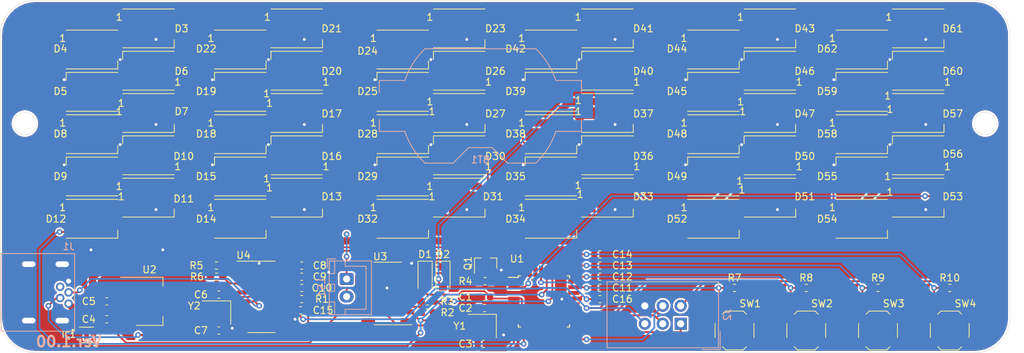
<source format=kicad_pcb>
(kicad_pcb (version 20171130) (host pcbnew "(5.1.5)-3")
  (layers (0 F.Cu signal) (31 B.Cu signal) (34 B.Paste user hide) (35 F.Paste user hide) (36 B.SilkS user) (37 F.SilkS user) (38 B.Mask user hide) (39 F.Mask user hide) (44 Edge.Cuts user))
  (net 0 "")
  (net 1 GND)
  (net 2 +5V)
  (net 3 +3V3)
  (net 4 DIN)
  (net 5 "Net-(D3-Pad2)")
  (net 6 "Net-(D4-Pad2)")
  (net 7 "Net-(D5-Pad2)")
  (net 8 "Net-(D6-Pad2)")
  (net 9 "Net-(D7-Pad2)")
  (net 10 "Net-(D8-Pad2)")
  (net 11 "Net-(D10-Pad4)")
  (net 12 /Sheet5F60D2EA/sheet5F5DBF36/DIN)
  (net 13 "Net-(D11-Pad2)")
  (net 14 "Net-(D13-Pad2)")
  (net 15 "Net-(D14-Pad2)")
  (net 16 "Net-(D15-Pad2)")
  (net 17 "Net-(D16-Pad2)")
  (net 18 "Net-(D17-Pad2)")
  (net 19 "Net-(D18-Pad2)")
  (net 20 "Net-(D19-Pad2)")
  (net 21 /Sheet5F60D2EA/sheet5F5DD25D/DIN)
  (net 22 "Net-(D21-Pad2)")
  (net 23 "Net-(D23-Pad2)")
  (net 24 "Net-(D24-Pad2)")
  (net 25 "Net-(D25-Pad2)")
  (net 26 "Net-(D26-Pad2)")
  (net 27 "Net-(D27-Pad2)")
  (net 28 "Net-(D28-Pad2)")
  (net 29 "Net-(D29-Pad2)")
  (net 30 /Sheet5F60D2EA/sheet5F5DD785/DIN)
  (net 31 "Net-(D31-Pad2)")
  (net 32 "Net-(D33-Pad2)")
  (net 33 "Net-(D34-Pad2)")
  (net 34 "Net-(D35-Pad2)")
  (net 35 "Net-(D36-Pad2)")
  (net 36 "Net-(D37-Pad2)")
  (net 37 "Net-(D38-Pad2)")
  (net 38 "Net-(D39-Pad2)")
  (net 39 /Sheet5F60D2EA/sheet5F5DDD7F/DIN)
  (net 40 "Net-(D41-Pad2)")
  (net 41 "Net-(D43-Pad2)")
  (net 42 "Net-(D44-Pad2)")
  (net 43 "Net-(D45-Pad2)")
  (net 44 "Net-(D46-Pad2)")
  (net 45 "Net-(D47-Pad2)")
  (net 46 "Net-(D48-Pad2)")
  (net 47 "Net-(D49-Pad2)")
  (net 48 /Sheet5F60D2EA/sheet5F5DE4E8/DIN)
  (net 49 "Net-(D51-Pad2)")
  (net 50 "Net-(D53-Pad2)")
  (net 51 "Net-(D54-Pad2)")
  (net 52 "Net-(D55-Pad2)")
  (net 53 "Net-(D56-Pad2)")
  (net 54 "Net-(D57-Pad2)")
  (net 55 "Net-(D58-Pad2)")
  (net 56 "Net-(D59-Pad2)")
  (net 57 DOUT)
  (net 58 "Net-(J1-Pad4)")
  (net 59 "Net-(LS1-Pad2)")
  (net 60 "Net-(Q1-Pad1)")
  (net 61 SPK)
  (net 62 "Net-(D10-Pad2)")
  (net 63 "Net-(D20-Pad2)")
  (net 64 "Net-(D30-Pad2)")
  (net 65 "Net-(D40-Pad2)")
  (net 66 "Net-(D50-Pad2)")
  (net 67 "Net-(D60-Pad2)")
  (net 68 "Net-(D61-Pad2)")
  (net 69 MISO)
  (net 70 SCK)
  (net 71 MOSI)
  (net 72 RST)
  (net 73 SW1)
  (net 74 SW2)
  (net 75 SW3)
  (net 76 SW4)
  (net 77 SCL)
  (net 78 SDA)
  (net 79 INT)
  (net 80 "Net-(BT1-Pad1)")
  (net 81 "Net-(D1-Pad1)")
  (net 82 "Net-(U1-Pad10)")
  (net 83 "Net-(U1-Pad11)")
  (net 84 "Net-(U1-Pad12)")
  (net 85 "Net-(U1-Pad13)")
  (net 86 "Net-(U1-Pad14)")
  (net 87 "Net-(U1-Pad19)")
  (net 88 "Net-(U1-Pad20)")
  (net 89 "Net-(U1-Pad22)")
  (net 90 "Net-(U3-Pad1)")
  (net 91 "Net-(U3-Pad3)")
  (net 92 "Net-(U3-Pad4)")
  (net 93 "Net-(U3-Pad5)")
  (net 94 "Net-(U3-Pad8)")
  (net 95 "Net-(U3-Pad9)")
  (net 96 "Net-(U3-Pad12)")
  (net 97 "Net-(U3-Pad14)")
  (net 98 "Net-(Y1-Pad2)")
  (net 99 "Net-(Y1-Pad4)")
  (net 100 "Net-(C3-Pad2)")
  (net 101 "Net-(C10-Pad1)")
  (net 102 /Sheet5F5F34C2/D-)
  (net 103 /Sheet5F5F34C2/D+)
  (net 104 RXD)
  (net 105 TXD)
  (net 106 "Net-(U4-Pad9)")
  (net 107 "Net-(U4-Pad10)")
  (net 108 "Net-(U4-Pad11)")
  (net 109 "Net-(U4-Pad12)")
  (net 110 "Net-(U4-Pad14)")
  (net 111 "Net-(U4-Pad15)")
  (net 112 "Net-(Y2-Pad2)")
  (net 113 "Net-(Y2-Pad4)")
  (net 114 "Net-(C2-Pad2)")
  (net 115 "Net-(C6-Pad1)")
  (net 116 "Net-(C7-Pad1)")
  (net 117 "Net-(R5-Pad1)")
  (net 118 "Net-(R6-Pad1)")
  (net 119 "Net-(IC1-Pad5)")
  (net 120 "Net-(IC1-Pad7)")
  (net 121 "Net-(C16-Pad2)")
  (module usb-mini-b:MUSB-5BF01ASMUSB-5BF01AS (layer B.Cu) (at 59.69 91.44 90)
    (fp_text reference J1 (at 6.5 0 180) (layer B.SilkS) (effects (justify mirror)))
    (fp_text value USB_B_Micro)
    (pad 5 thru_hole oval (at -4 -5.65 90) (size 1.3 2.4) (drill oval 0.8 1.9) (layers *.Cu *.Mask) (net 1 GND))
    (pad 5 thru_hole oval (at -4 -0.9 90) (size 1.3 2.4) (drill oval 0.8 1.9) (layers *.Cu *.Mask) (net 1 GND))
    (pad 5 thru_hole oval (at 4 -5.65 90) (size 1.3 2.4) (drill oval 0.8 1.9) (layers *.Cu *.Mask) (net 1 GND))
    (pad 5 thru_hole oval (at 4 -0.9 90) (size 1.3 2.4) (drill oval 0.8 1.9) (layers *.Cu *.Mask) (net 1 GND))
    (pad 5 thru_hole circle (at 1.6 0 90) (size 1.2 1.2) (drill 0.7) (layers *.Cu *.Mask) (net 1 GND))
    (pad 3 thru_hole circle (at 0 0 90) (size 1.2 1.2) (drill 0.7) (layers *.Cu *.Mask) (net 103 /Sheet5F5F34C2/D+))
    (pad 1 thru_hole circle (at -1.6 0 90) (size 1.2 1.2) (drill 0.7) (layers *.Cu *.Mask) (net 2 +5V))
    (pad 2 thru_hole circle (at -0.8 -1.2 90) (size 1.2 1.2) (drill 0.7) (layers *.Cu *.Mask) (net 102 /Sheet5F5F34C2/D-))
    (pad 4 thru_hole circle (at 0.8 -1.2 90) (size 1.2 1.2) (drill 0.7) (layers *.Cu *.Mask) (net 58 "Net-(J1-Pad4)"))
  )
  (module Capacitor_SMD:C_0603_1608Metric (layer F.Cu) (at 134.9375 92.3925 180)
    (fp_text reference C16 (at -3.175 0) (layer F.SilkS))
    (fp_text value 0.1u)
    (pad 2 smd roundrect (at 0.7875 0 180) (size 0.875 0.95) (layers F.Cu F.Paste F.Mask) (net 121 "Net-(C16-Pad2)"))
    (pad 1 smd roundrect (at -0.7875 0 180) (size 0.875 0.95) (layers F.Cu F.Paste F.Mask) (net 72 RST))
  )
  (module Package_SO:SOIC-14_3.9x8.7mm_P1.27mm (layer F.Cu) (at 104.882 91.5975 180)
    (fp_text reference U3 (at 1.0595 5.2375 180) (layer F.SilkS))
    (fp_text value RX-8025T-UB)
    (pad 1 smd roundrect (at -2.775 -3.81 180) (size 1.95 0.6) (layers F.Cu F.Paste F.Mask) (net 90 "Net-(U3-Pad1)"))
    (pad 2 smd roundrect (at -2.775 -2.54 180) (size 1.95 0.6) (layers F.Cu F.Paste F.Mask) (net 77 SCL))
    (pad 3 smd roundrect (at -2.775 -1.27 180) (size 1.95 0.6) (layers F.Cu F.Paste F.Mask) (net 91 "Net-(U3-Pad3)"))
    (pad 4 smd roundrect (at -2.775 0 180) (size 1.95 0.6) (layers F.Cu F.Paste F.Mask) (net 92 "Net-(U3-Pad4)"))
    (pad 5 smd roundrect (at -2.775 1.27 180) (size 1.95 0.6) (layers F.Cu F.Paste F.Mask) (net 93 "Net-(U3-Pad5)"))
    (pad 6 smd roundrect (at -2.775 2.54 180) (size 1.95 0.6) (layers F.Cu F.Paste F.Mask) (net 81 "Net-(D1-Pad1)"))
    (pad 7 smd roundrect (at -2.775 3.81 180) (size 1.95 0.6) (layers F.Cu F.Paste F.Mask) (net 1 GND))
    (pad 8 smd roundrect (at 2.775 3.81 180) (size 1.95 0.6) (layers F.Cu F.Paste F.Mask) (net 94 "Net-(U3-Pad8)"))
    (pad 9 smd roundrect (at 2.775 2.54 180) (size 1.95 0.6) (layers F.Cu F.Paste F.Mask) (net 95 "Net-(U3-Pad9)"))
    (pad 10 smd roundrect (at 2.775 1.27 180) (size 1.95 0.6) (layers F.Cu F.Paste F.Mask) (net 79 INT))
    (pad 11 smd roundrect (at 2.775 0 180) (size 1.95 0.6) (layers F.Cu F.Paste F.Mask) (net 1 GND))
    (pad 12 smd roundrect (at 2.775 -1.27 180) (size 1.95 0.6) (layers F.Cu F.Paste F.Mask) (net 96 "Net-(U3-Pad12)"))
    (pad 13 smd roundrect (at 2.775 -2.54 180) (size 1.95 0.6) (layers F.Cu F.Paste F.Mask) (net 78 SDA))
    (pad 14 smd roundrect (at 2.775 -3.81 180) (size 1.95 0.6) (layers F.Cu F.Paste F.Mask) (net 97 "Net-(U3-Pad14)"))
  )
  (module OPT3001DNPR:SON65P200X200X65-7N (layer F.Cu) (at 62.23 97.4725)
    (fp_text reference IC1 (at -2.54 0) (layer F.SilkS) (effects (font (size 0.8 0.8) (thickness 0.1516))))
    (fp_text value OPT3001DNPR)
    (pad 1 smd rect (at -0.995 -0.65) (size 0.74 0.27) (layers F.Cu F.Paste F.Mask) (net 3 +3V3))
    (pad 2 smd rect (at -0.995 0) (size 0.74 0.27) (layers F.Cu F.Paste F.Mask) (net 1 GND))
    (pad 3 smd rect (at -0.995 0.65) (size 0.74 0.27) (layers F.Cu F.Paste F.Mask) (net 1 GND))
    (pad 4 smd rect (at 0.995 0.65) (size 0.74 0.27) (layers F.Cu F.Paste F.Mask) (net 77 SCL))
    (pad 5 smd rect (at 0.995 0) (size 0.74 0.27) (layers F.Cu F.Paste F.Mask) (net 119 "Net-(IC1-Pad5)"))
    (pad 6 smd rect (at 0.995 -0.65) (size 0.74 0.27) (layers F.Cu F.Paste F.Mask) (net 78 SDA))
    (pad 7 smd rect (at 0 0) (size 0.65 1.35) (layers F.Cu F.Paste F.Mask) (net 120 "Net-(IC1-Pad7)"))
  )
  (module Package_SO:SOIC-16_3.9x9.9mm_P1.27mm (layer F.Cu) (at 86.995 92.075)
    (fp_text reference U4 (at -2.54 -5.9) (layer F.SilkS))
    (fp_text value CH340G)
    (pad 1 smd roundrect (at -2.475 -4.445) (size 1.95 0.6) (layers F.Cu F.Paste F.Mask) (net 1 GND))
    (pad 2 smd roundrect (at -2.475 -3.175) (size 1.95 0.6) (layers F.Cu F.Paste F.Mask) (net 117 "Net-(R5-Pad1)"))
    (pad 3 smd roundrect (at -2.475 -1.905) (size 1.95 0.6) (layers F.Cu F.Paste F.Mask) (net 118 "Net-(R6-Pad1)"))
    (pad 4 smd roundrect (at -2.475 -0.635) (size 1.95 0.6) (layers F.Cu F.Paste F.Mask) (net 101 "Net-(C10-Pad1)"))
    (pad 5 smd roundrect (at -2.475 0.635) (size 1.95 0.6) (layers F.Cu F.Paste F.Mask) (net 103 /Sheet5F5F34C2/D+))
    (pad 6 smd roundrect (at -2.475 1.905) (size 1.95 0.6) (layers F.Cu F.Paste F.Mask) (net 102 /Sheet5F5F34C2/D-))
    (pad 7 smd roundrect (at -2.475 3.175) (size 1.95 0.6) (layers F.Cu F.Paste F.Mask) (net 115 "Net-(C6-Pad1)"))
    (pad 8 smd roundrect (at -2.475 4.445) (size 1.95 0.6) (layers F.Cu F.Paste F.Mask) (net 116 "Net-(C7-Pad1)"))
    (pad 9 smd roundrect (at 2.475 4.445) (size 1.95 0.6) (layers F.Cu F.Paste F.Mask) (net 106 "Net-(U4-Pad9)"))
    (pad 10 smd roundrect (at 2.475 3.175) (size 1.95 0.6) (layers F.Cu F.Paste F.Mask) (net 107 "Net-(U4-Pad10)"))
    (pad 11 smd roundrect (at 2.475 1.905) (size 1.95 0.6) (layers F.Cu F.Paste F.Mask) (net 108 "Net-(U4-Pad11)"))
    (pad 12 smd roundrect (at 2.475 0.635) (size 1.95 0.6) (layers F.Cu F.Paste F.Mask) (net 109 "Net-(U4-Pad12)"))
    (pad 13 smd roundrect (at 2.475 -0.635) (size 1.95 0.6) (layers F.Cu F.Paste F.Mask) (net 72 RST))
    (pad 14 smd roundrect (at 2.475 -1.905) (size 1.95 0.6) (layers F.Cu F.Paste F.Mask) (net 110 "Net-(U4-Pad14)"))
    (pad 15 smd roundrect (at 2.475 -3.175) (size 1.95 0.6) (layers F.Cu F.Paste F.Mask) (net 111 "Net-(U4-Pad15)"))
    (pad 16 smd roundrect (at 2.475 -4.445) (size 1.95 0.6) (layers F.Cu F.Paste F.Mask) (net 3 +3V3))
  )
  (module LED_SMD:LED_WS2812B_PLCC4_5.0x5.0mm_P3.2mm (layer F.Cu) (at 180 78)
    (fp_text reference D53 (at 4.8975 -0.15 180) (layer F.SilkS))
    (fp_text value WS2812B)
    (fp_text user 1 (at -3.9925 -0.785 180) (layer F.SilkS))
    (pad 3 smd rect (at 2.45 1.6) (size 1.5 1) (layers F.Cu F.Paste F.Mask) (net 1 GND))
    (pad 4 smd rect (at 2.45 -1.6) (size 1.5 1) (layers F.Cu F.Paste F.Mask) (net 4 DIN))
    (pad 2 smd rect (at -2.45 1.6) (size 1.5 1) (layers F.Cu F.Paste F.Mask) (net 50 "Net-(D53-Pad2)"))
    (pad 1 smd rect (at -2.45 -1.6) (size 1.5 1) (layers F.Cu F.Paste F.Mask) (net 2 +5V))
  )
  (module LED_SMD:LED_WS2812B_PLCC4_5.0x5.0mm_P3.2mm (layer F.Cu) (at 172 81)
    (fp_text reference D54 (at -4.8825 0.025 180) (layer F.SilkS))
    (fp_text value WS2812B)
    (fp_text user 1 (at -4.15 -1.6 180) (layer F.SilkS))
    (pad 3 smd rect (at 2.45 1.6) (size 1.5 1) (layers F.Cu F.Paste F.Mask) (net 1 GND))
    (pad 4 smd rect (at 2.45 -1.6) (size 1.5 1) (layers F.Cu F.Paste F.Mask) (net 50 "Net-(D53-Pad2)"))
    (pad 2 smd rect (at -2.45 1.6) (size 1.5 1) (layers F.Cu F.Paste F.Mask) (net 51 "Net-(D54-Pad2)"))
    (pad 1 smd rect (at -2.45 -1.6) (size 1.5 1) (layers F.Cu F.Paste F.Mask) (net 2 +5V))
  )
  (module LED_SMD:LED_WS2812B_PLCC4_5.0x5.0mm_P3.2mm (layer F.Cu) (at 172 75 180)
    (fp_text reference D55 (at 4.8825 0.0075 180) (layer F.SilkS))
    (fp_text value WS2812B)
    (fp_text user 1 (at -3.69 0.0075 180) (layer F.SilkS))
    (pad 1 smd rect (at -2.45 -1.6 180) (size 1.5 1) (layers F.Cu F.Paste F.Mask) (net 2 +5V))
    (pad 2 smd rect (at -2.45 1.6 180) (size 1.5 1) (layers F.Cu F.Paste F.Mask) (net 52 "Net-(D55-Pad2)"))
    (pad 4 smd rect (at 2.45 -1.6 180) (size 1.5 1) (layers F.Cu F.Paste F.Mask) (net 51 "Net-(D54-Pad2)"))
    (pad 3 smd rect (at 2.45 1.6 180) (size 1.5 1) (layers F.Cu F.Paste F.Mask) (net 1 GND))
  )
  (module LED_SMD:LED_WS2812B_PLCC4_5.0x5.0mm_P3.2mm (layer F.Cu) (at 180 72 180)
    (fp_text reference D56 (at -4.8975 0.1825) (layer F.SilkS))
    (fp_text value WS2812B)
    (fp_text user 1 (at -4.15 -1.6) (layer F.SilkS))
    (pad 3 smd rect (at 2.45 1.6 180) (size 1.5 1) (layers F.Cu F.Paste F.Mask) (net 1 GND))
    (pad 4 smd rect (at 2.45 -1.6 180) (size 1.5 1) (layers F.Cu F.Paste F.Mask) (net 52 "Net-(D55-Pad2)"))
    (pad 2 smd rect (at -2.45 1.6 180) (size 1.5 1) (layers F.Cu F.Paste F.Mask) (net 53 "Net-(D56-Pad2)"))
    (pad 1 smd rect (at -2.45 -1.6 180) (size 1.5 1) (layers F.Cu F.Paste F.Mask) (net 2 +5V))
  )
  (module LED_SMD:LED_WS2812B_PLCC4_5.0x5.0mm_P3.2mm (layer F.Cu) (at 180 66)
    (fp_text reference D57 (at 4.8975 0.1025) (layer F.SilkS))
    (fp_text value WS2812B)
    (fp_text user 1 (at -3.9925 -0.5325) (layer F.SilkS))
    (pad 1 smd rect (at -2.45 -1.6) (size 1.5 1) (layers F.Cu F.Paste F.Mask) (net 2 +5V))
    (pad 2 smd rect (at -2.45 1.6) (size 1.5 1) (layers F.Cu F.Paste F.Mask) (net 54 "Net-(D57-Pad2)"))
    (pad 4 smd rect (at 2.45 -1.6) (size 1.5 1) (layers F.Cu F.Paste F.Mask) (net 53 "Net-(D56-Pad2)"))
    (pad 3 smd rect (at 2.45 1.6) (size 1.5 1) (layers F.Cu F.Paste F.Mask) (net 1 GND))
  )
  (module LED_SMD:LED_WS2812B_PLCC4_5.0x5.0mm_P3.2mm (layer F.Cu) (at 172 69)
    (fp_text reference D58 (at -4.8825 -0.04) (layer F.SilkS))
    (fp_text value WS2812B)
    (fp_text user 1 (at -4.15 -1.6) (layer F.SilkS))
    (pad 3 smd rect (at 2.45 1.6) (size 1.5 1) (layers F.Cu F.Paste F.Mask) (net 1 GND))
    (pad 4 smd rect (at 2.45 -1.6) (size 1.5 1) (layers F.Cu F.Paste F.Mask) (net 54 "Net-(D57-Pad2)"))
    (pad 2 smd rect (at -2.45 1.6) (size 1.5 1) (layers F.Cu F.Paste F.Mask) (net 55 "Net-(D58-Pad2)"))
    (pad 1 smd rect (at -2.45 -1.6) (size 1.5 1) (layers F.Cu F.Paste F.Mask) (net 2 +5V))
  )
  (module LED_SMD:LED_WS2812B_PLCC4_5.0x5.0mm_P3.2mm (layer F.Cu) (at 172 63 180)
    (fp_text reference D59 (at 4.8825 0.0725) (layer F.SilkS))
    (fp_text value WS2812B)
    (fp_text user 1 (at -3.69 -0.5625) (layer F.SilkS))
    (pad 1 smd rect (at -2.45 -1.6 180) (size 1.5 1) (layers F.Cu F.Paste F.Mask) (net 2 +5V))
    (pad 2 smd rect (at -2.45 1.6 180) (size 1.5 1) (layers F.Cu F.Paste F.Mask) (net 56 "Net-(D59-Pad2)"))
    (pad 4 smd rect (at 2.45 -1.6 180) (size 1.5 1) (layers F.Cu F.Paste F.Mask) (net 55 "Net-(D58-Pad2)"))
    (pad 3 smd rect (at 2.45 1.6 180) (size 1.5 1) (layers F.Cu F.Paste F.Mask) (net 1 GND))
  )
  (module LED_SMD:LED_WS2812B_PLCC4_5.0x5.0mm_P3.2mm (layer F.Cu) (at 180 60 180)
    (fp_text reference D60 (at -4.8975 -0.07) (layer F.SilkS))
    (fp_text value WS2812B)
    (fp_text user 1 (at -4.15 -1.6) (layer F.SilkS))
    (pad 3 smd rect (at 2.45 1.6 180) (size 1.5 1) (layers F.Cu F.Paste F.Mask) (net 1 GND))
    (pad 4 smd rect (at 2.45 -1.6 180) (size 1.5 1) (layers F.Cu F.Paste F.Mask) (net 56 "Net-(D59-Pad2)"))
    (pad 2 smd rect (at -2.45 1.6 180) (size 1.5 1) (layers F.Cu F.Paste F.Mask) (net 67 "Net-(D60-Pad2)"))
    (pad 1 smd rect (at -2.45 -1.6 180) (size 1.5 1) (layers F.Cu F.Paste F.Mask) (net 2 +5V))
  )
  (module LED_SMD:LED_WS2812B_PLCC4_5.0x5.0mm_P3.2mm (layer F.Cu) (at 180 54)
    (fp_text reference D61 (at 4.8975 0.0375) (layer F.SilkS))
    (fp_text value WS2812B)
    (fp_text user 1 (at -4.15 -1.6) (layer F.SilkS))
    (pad 1 smd rect (at -2.45 -1.6) (size 1.5 1) (layers F.Cu F.Paste F.Mask) (net 2 +5V))
    (pad 2 smd rect (at -2.45 1.6) (size 1.5 1) (layers F.Cu F.Paste F.Mask) (net 68 "Net-(D61-Pad2)"))
    (pad 4 smd rect (at 2.45 -1.6) (size 1.5 1) (layers F.Cu F.Paste F.Mask) (net 67 "Net-(D60-Pad2)"))
    (pad 3 smd rect (at 2.45 1.6) (size 1.5 1) (layers F.Cu F.Paste F.Mask) (net 1 GND))
  )
  (module LED_SMD:LED_WS2812B_PLCC4_5.0x5.0mm_P3.2mm (layer F.Cu) (at 172 57)
    (fp_text reference D62 (at -4.8825 -0.105) (layer F.SilkS))
    (fp_text value WS2812B)
    (fp_text user 1 (at -4.15 -1.6) (layer F.SilkS))
    (pad 3 smd rect (at 2.45 1.6) (size 1.5 1) (layers F.Cu F.Paste F.Mask) (net 1 GND))
    (pad 4 smd rect (at 2.45 -1.6) (size 1.5 1) (layers F.Cu F.Paste F.Mask) (net 68 "Net-(D61-Pad2)"))
    (pad 2 smd rect (at -2.45 1.6) (size 1.5 1) (layers F.Cu F.Paste F.Mask) (net 12 /Sheet5F60D2EA/sheet5F5DBF36/DIN))
    (pad 1 smd rect (at -2.45 -1.6) (size 1.5 1) (layers F.Cu F.Paste F.Mask) (net 2 +5V))
  )
  (module LED_SMD:LED_WS2812B_PLCC4_5.0x5.0mm_P3.2mm (layer F.Cu) (at 159 54)
    (fp_text reference D43 (at 4.9425 0.0375) (layer F.SilkS))
    (fp_text value WS2812B)
    (fp_text user 1 (at -4.15 -1.6) (layer F.SilkS))
    (pad 3 smd rect (at 2.45 1.6) (size 1.5 1) (layers F.Cu F.Paste F.Mask) (net 1 GND))
    (pad 4 smd rect (at 2.45 -1.6) (size 1.5 1) (layers F.Cu F.Paste F.Mask) (net 12 /Sheet5F60D2EA/sheet5F5DBF36/DIN))
    (pad 2 smd rect (at -2.45 1.6) (size 1.5 1) (layers F.Cu F.Paste F.Mask) (net 41 "Net-(D43-Pad2)"))
    (pad 1 smd rect (at -2.45 -1.6) (size 1.5 1) (layers F.Cu F.Paste F.Mask) (net 2 +5V))
  )
  (module LED_SMD:LED_WS2812B_PLCC4_5.0x5.0mm_P3.2mm (layer F.Cu) (at 151 57)
    (fp_text reference D44 (at -5.155 -0.105) (layer F.SilkS))
    (fp_text value WS2812B)
    (fp_text user 1 (at -4.15 -1.6) (layer F.SilkS))
    (pad 3 smd rect (at 2.45 1.6) (size 1.5 1) (layers F.Cu F.Paste F.Mask) (net 1 GND))
    (pad 4 smd rect (at 2.45 -1.6) (size 1.5 1) (layers F.Cu F.Paste F.Mask) (net 41 "Net-(D43-Pad2)"))
    (pad 2 smd rect (at -2.45 1.6) (size 1.5 1) (layers F.Cu F.Paste F.Mask) (net 42 "Net-(D44-Pad2)"))
    (pad 1 smd rect (at -2.45 -1.6) (size 1.5 1) (layers F.Cu F.Paste F.Mask) (net 2 +5V))
  )
  (module LED_SMD:LED_WS2812B_PLCC4_5.0x5.0mm_P3.2mm (layer F.Cu) (at 151 63 180)
    (fp_text reference D45 (at 5.155 0.0725 180) (layer F.SilkS))
    (fp_text value WS2812B)
    (fp_text user 1 (at -4.15 -2.785 180) (layer F.SilkS))
    (pad 1 smd rect (at -2.45 -1.6 180) (size 1.5 1) (layers F.Cu F.Paste F.Mask) (net 2 +5V))
    (pad 2 smd rect (at -2.45 1.6 180) (size 1.5 1) (layers F.Cu F.Paste F.Mask) (net 43 "Net-(D45-Pad2)"))
    (pad 4 smd rect (at 2.45 -1.6 180) (size 1.5 1) (layers F.Cu F.Paste F.Mask) (net 42 "Net-(D44-Pad2)"))
    (pad 3 smd rect (at 2.45 1.6 180) (size 1.5 1) (layers F.Cu F.Paste F.Mask) (net 1 GND))
  )
  (module LED_SMD:LED_WS2812B_PLCC4_5.0x5.0mm_P3.2mm (layer F.Cu) (at 159 60 180)
    (fp_text reference D46 (at -4.9425 -0.07 180) (layer F.SilkS))
    (fp_text value WS2812B)
    (fp_text user 1 (at -4.15 -1.6 180) (layer F.SilkS))
    (pad 1 smd rect (at -2.45 -1.6 180) (size 1.5 1) (layers F.Cu F.Paste F.Mask) (net 2 +5V))
    (pad 2 smd rect (at -2.45 1.6 180) (size 1.5 1) (layers F.Cu F.Paste F.Mask) (net 44 "Net-(D46-Pad2)"))
    (pad 4 smd rect (at 2.45 -1.6 180) (size 1.5 1) (layers F.Cu F.Paste F.Mask) (net 43 "Net-(D45-Pad2)"))
    (pad 3 smd rect (at 2.45 1.6 180) (size 1.5 1) (layers F.Cu F.Paste F.Mask) (net 1 GND))
  )
  (module LED_SMD:LED_WS2812B_PLCC4_5.0x5.0mm_P3.2mm (layer F.Cu) (at 159 66)
    (fp_text reference D47 (at 4.9425 0.1025) (layer F.SilkS))
    (fp_text value WS2812B)
    (fp_text user 1 (at -4.15 -1.6) (layer F.SilkS))
    (pad 3 smd rect (at 2.45 1.6) (size 1.5 1) (layers F.Cu F.Paste F.Mask) (net 1 GND))
    (pad 4 smd rect (at 2.45 -1.6) (size 1.5 1) (layers F.Cu F.Paste F.Mask) (net 44 "Net-(D46-Pad2)"))
    (pad 2 smd rect (at -2.45 1.6) (size 1.5 1) (layers F.Cu F.Paste F.Mask) (net 45 "Net-(D47-Pad2)"))
    (pad 1 smd rect (at -2.45 -1.6) (size 1.5 1) (layers F.Cu F.Paste F.Mask) (net 2 +5V))
  )
  (module LED_SMD:LED_WS2812B_PLCC4_5.0x5.0mm_P3.2mm (layer F.Cu) (at 151 69)
    (fp_text reference D48 (at -5.155 -0.04) (layer F.SilkS))
    (fp_text value WS2812B)
    (fp_text user 1 (at -4.15 -1.6) (layer F.SilkS))
    (pad 3 smd rect (at 2.45 1.6) (size 1.5 1) (layers F.Cu F.Paste F.Mask) (net 1 GND))
    (pad 4 smd rect (at 2.45 -1.6) (size 1.5 1) (layers F.Cu F.Paste F.Mask) (net 45 "Net-(D47-Pad2)"))
    (pad 2 smd rect (at -2.45 1.6) (size 1.5 1) (layers F.Cu F.Paste F.Mask) (net 46 "Net-(D48-Pad2)"))
    (pad 1 smd rect (at -2.45 -1.6) (size 1.5 1) (layers F.Cu F.Paste F.Mask) (net 2 +5V))
  )
  (module LED_SMD:LED_WS2812B_PLCC4_5.0x5.0mm_P3.2mm (layer F.Cu) (at 151 75 180)
    (fp_text reference D49 (at 5.155 0.0075 180) (layer F.SilkS))
    (fp_text value WS2812B)
    (fp_text user 1 (at -3.735 -0.6275 180) (layer F.SilkS))
    (pad 3 smd rect (at 2.45 1.6 180) (size 1.5 1) (layers F.Cu F.Paste F.Mask) (net 1 GND))
    (pad 4 smd rect (at 2.45 -1.6 180) (size 1.5 1) (layers F.Cu F.Paste F.Mask) (net 46 "Net-(D48-Pad2)"))
    (pad 2 smd rect (at -2.45 1.6 180) (size 1.5 1) (layers F.Cu F.Paste F.Mask) (net 47 "Net-(D49-Pad2)"))
    (pad 1 smd rect (at -2.45 -1.6 180) (size 1.5 1) (layers F.Cu F.Paste F.Mask) (net 2 +5V))
  )
  (module LED_SMD:LED_WS2812B_PLCC4_5.0x5.0mm_P3.2mm (layer F.Cu) (at 159 72 180)
    (fp_text reference D50 (at -4.9425 -0.135 180) (layer F.SilkS))
    (fp_text value WS2812B)
    (fp_text user 1 (at -4.15 -1.6 180) (layer F.SilkS))
    (pad 1 smd rect (at -2.45 -1.6 180) (size 1.5 1) (layers F.Cu F.Paste F.Mask) (net 2 +5V))
    (pad 2 smd rect (at -2.45 1.6 180) (size 1.5 1) (layers F.Cu F.Paste F.Mask) (net 66 "Net-(D50-Pad2)"))
    (pad 4 smd rect (at 2.45 -1.6 180) (size 1.5 1) (layers F.Cu F.Paste F.Mask) (net 47 "Net-(D49-Pad2)"))
    (pad 3 smd rect (at 2.45 1.6 180) (size 1.5 1) (layers F.Cu F.Paste F.Mask) (net 1 GND))
  )
  (module LED_SMD:LED_WS2812B_PLCC4_5.0x5.0mm_P3.2mm (layer F.Cu) (at 159 78)
    (fp_text reference D51 (at 4.9425 -0.15 180) (layer F.SilkS))
    (fp_text value WS2812B)
    (fp_text user 1 (at -3.9475 -1.1025 180) (layer F.SilkS))
    (pad 1 smd rect (at -2.45 -1.6) (size 1.5 1) (layers F.Cu F.Paste F.Mask) (net 2 +5V))
    (pad 2 smd rect (at -2.45 1.6) (size 1.5 1) (layers F.Cu F.Paste F.Mask) (net 49 "Net-(D51-Pad2)"))
    (pad 4 smd rect (at 2.45 -1.6) (size 1.5 1) (layers F.Cu F.Paste F.Mask) (net 66 "Net-(D50-Pad2)"))
    (pad 3 smd rect (at 2.45 1.6) (size 1.5 1) (layers F.Cu F.Paste F.Mask) (net 1 GND))
  )
  (module LED_SMD:LED_WS2812B_PLCC4_5.0x5.0mm_P3.2mm (layer F.Cu) (at 151 81)
    (fp_text reference D52 (at -5.155 0.025 180) (layer F.SilkS))
    (fp_text value WS2812B)
    (fp_text user 1 (at -4.15 -1.6 180) (layer F.SilkS))
    (pad 3 smd rect (at 2.45 1.6) (size 1.5 1) (layers F.Cu F.Paste F.Mask) (net 1 GND))
    (pad 4 smd rect (at 2.45 -1.6) (size 1.5 1) (layers F.Cu F.Paste F.Mask) (net 49 "Net-(D51-Pad2)"))
    (pad 2 smd rect (at -2.45 1.6) (size 1.5 1) (layers F.Cu F.Paste F.Mask) (net 21 /Sheet5F60D2EA/sheet5F5DD25D/DIN))
    (pad 1 smd rect (at -2.45 -1.6) (size 1.5 1) (layers F.Cu F.Paste F.Mask) (net 2 +5V))
  )
  (module LED_SMD:LED_WS2812B_PLCC4_5.0x5.0mm_P3.2mm (layer F.Cu) (at 136 78)
    (fp_text reference D33 (at 5.0825 -0.15) (layer F.SilkS))
    (fp_text value WS2812B)
    (fp_text user 1 (at -4.15 -1.7375) (layer F.SilkS))
    (pad 1 smd rect (at -2.45 -1.6) (size 1.5 1) (layers F.Cu F.Paste F.Mask) (net 2 +5V))
    (pad 2 smd rect (at -2.45 1.6) (size 1.5 1) (layers F.Cu F.Paste F.Mask) (net 32 "Net-(D33-Pad2)"))
    (pad 4 smd rect (at 2.45 -1.6) (size 1.5 1) (layers F.Cu F.Paste F.Mask) (net 21 /Sheet5F60D2EA/sheet5F5DD25D/DIN))
    (pad 3 smd rect (at 2.45 1.6) (size 1.5 1) (layers F.Cu F.Paste F.Mask) (net 1 GND))
  )
  (module LED_SMD:LED_WS2812B_PLCC4_5.0x5.0mm_P3.2mm (layer F.Cu) (at 128 81)
    (fp_text reference D34 (at -5.015 0.025) (layer F.SilkS))
    (fp_text value WS2812B)
    (fp_text user 1 (at -4.15 -1.6) (layer F.SilkS))
    (pad 3 smd rect (at 2.45 1.6) (size 1.5 1) (layers F.Cu F.Paste F.Mask) (net 1 GND))
    (pad 4 smd rect (at 2.45 -1.6) (size 1.5 1) (layers F.Cu F.Paste F.Mask) (net 32 "Net-(D33-Pad2)"))
    (pad 2 smd rect (at -2.45 1.6) (size 1.5 1) (layers F.Cu F.Paste F.Mask) (net 33 "Net-(D34-Pad2)"))
    (pad 1 smd rect (at -2.45 -1.6) (size 1.5 1) (layers F.Cu F.Paste F.Mask) (net 2 +5V))
  )
  (module LED_SMD:LED_WS2812B_PLCC4_5.0x5.0mm_P3.2mm (layer F.Cu) (at 128 75 180)
    (fp_text reference D35 (at 5.015 0.0075 180) (layer F.SilkS))
    (fp_text value WS2812B)
    (fp_text user 1 (at -4.15 -2.5325 180) (layer F.SilkS))
    (pad 3 smd rect (at 2.45 1.6 180) (size 1.5 1) (layers F.Cu F.Paste F.Mask) (net 1 GND))
    (pad 4 smd rect (at 2.45 -1.6 180) (size 1.5 1) (layers F.Cu F.Paste F.Mask) (net 33 "Net-(D34-Pad2)"))
    (pad 2 smd rect (at -2.45 1.6 180) (size 1.5 1) (layers F.Cu F.Paste F.Mask) (net 34 "Net-(D35-Pad2)"))
    (pad 1 smd rect (at -2.45 -1.6 180) (size 1.5 1) (layers F.Cu F.Paste F.Mask) (net 2 +5V))
  )
  (module LED_SMD:LED_WS2812B_PLCC4_5.0x5.0mm_P3.2mm (layer F.Cu) (at 136 72 180)
    (fp_text reference D36 (at -5.0825 -0.135 180) (layer F.SilkS))
    (fp_text value WS2812B)
    (fp_text user 1 (at -4.15 -1.6 180) (layer F.SilkS))
    (pad 3 smd rect (at 2.45 1.6 180) (size 1.5 1) (layers F.Cu F.Paste F.Mask) (net 1 GND))
    (pad 4 smd rect (at 2.45 -1.6 180) (size 1.5 1) (layers F.Cu F.Paste F.Mask) (net 34 "Net-(D35-Pad2)"))
    (pad 2 smd rect (at -2.45 1.6 180) (size 1.5 1) (layers F.Cu F.Paste F.Mask) (net 35 "Net-(D36-Pad2)"))
    (pad 1 smd rect (at -2.45 -1.6 180) (size 1.5 1) (layers F.Cu F.Paste F.Mask) (net 2 +5V))
  )
  (module LED_SMD:LED_WS2812B_PLCC4_5.0x5.0mm_P3.2mm (layer F.Cu) (at 136 66)
    (fp_text reference D37 (at 5.0825 0.1025) (layer F.SilkS))
    (fp_text value WS2812B)
    (fp_text user 1 (at -4.125 -1.8025) (layer F.SilkS))
    (pad 3 smd rect (at 2.45 1.6) (size 1.5 1) (layers F.Cu F.Paste F.Mask) (net 1 GND))
    (pad 4 smd rect (at 2.45 -1.6) (size 1.5 1) (layers F.Cu F.Paste F.Mask) (net 35 "Net-(D36-Pad2)"))
    (pad 2 smd rect (at -2.45 1.6) (size 1.5 1) (layers F.Cu F.Paste F.Mask) (net 36 "Net-(D37-Pad2)"))
    (pad 1 smd rect (at -2.45 -1.6) (size 1.5 1) (layers F.Cu F.Paste F.Mask) (net 2 +5V))
  )
  (module LED_SMD:LED_WS2812B_PLCC4_5.0x5.0mm_P3.2mm (layer F.Cu) (at 128 69)
    (fp_text reference D38 (at -5.015 -0.04) (layer F.SilkS))
    (fp_text value WS2812B)
    (fp_text user 1 (at -4.15 -1.6) (layer F.SilkS))
    (pad 3 smd rect (at 2.45 1.6) (size 1.5 1) (layers F.Cu F.Paste F.Mask) (net 1 GND))
    (pad 4 smd rect (at 2.45 -1.6) (size 1.5 1) (layers F.Cu F.Paste F.Mask) (net 36 "Net-(D37-Pad2)"))
    (pad 2 smd rect (at -2.45 1.6) (size 1.5 1) (layers F.Cu F.Paste F.Mask) (net 37 "Net-(D38-Pad2)"))
    (pad 1 smd rect (at -2.45 -1.6) (size 1.5 1) (layers F.Cu F.Paste F.Mask) (net 2 +5V))
  )
  (module LED_SMD:LED_WS2812B_PLCC4_5.0x5.0mm_P3.2mm (layer F.Cu) (at 128 63 180)
    (fp_text reference D39 (at 5.015 0.0725) (layer F.SilkS))
    (fp_text value WS2812B)
    (fp_text user 1 (at -3.875 -2.785) (layer F.SilkS))
    (pad 3 smd rect (at 2.45 1.6 180) (size 1.5 1) (layers F.Cu F.Paste F.Mask) (net 1 GND))
    (pad 4 smd rect (at 2.45 -1.6 180) (size 1.5 1) (layers F.Cu F.Paste F.Mask) (net 37 "Net-(D38-Pad2)"))
    (pad 2 smd rect (at -2.45 1.6 180) (size 1.5 1) (layers F.Cu F.Paste F.Mask) (net 38 "Net-(D39-Pad2)"))
    (pad 1 smd rect (at -2.45 -1.6 180) (size 1.5 1) (layers F.Cu F.Paste F.Mask) (net 2 +5V))
  )
  (module LED_SMD:LED_WS2812B_PLCC4_5.0x5.0mm_P3.2mm (layer F.Cu) (at 136 60 180)
    (fp_text reference D40 (at -5.0825 -0.07 180) (layer F.SilkS))
    (fp_text value WS2812B)
    (fp_text user 1 (at -4.15 -1.6 180) (layer F.SilkS))
    (pad 1 smd rect (at -2.45 -1.6 180) (size 1.5 1) (layers F.Cu F.Paste F.Mask) (net 2 +5V))
    (pad 2 smd rect (at -2.45 1.6 180) (size 1.5 1) (layers F.Cu F.Paste F.Mask) (net 65 "Net-(D40-Pad2)"))
    (pad 4 smd rect (at 2.45 -1.6 180) (size 1.5 1) (layers F.Cu F.Paste F.Mask) (net 38 "Net-(D39-Pad2)"))
    (pad 3 smd rect (at 2.45 1.6 180) (size 1.5 1) (layers F.Cu F.Paste F.Mask) (net 1 GND))
  )
  (module LED_SMD:LED_WS2812B_PLCC4_5.0x5.0mm_P3.2mm (layer F.Cu) (at 136 54)
    (fp_text reference D41 (at 5.0825 0.0375) (layer F.SilkS))
    (fp_text value WS2812B)
    (fp_text user 1 (at -4.15 -1.6) (layer F.SilkS))
    (pad 3 smd rect (at 2.45 1.6) (size 1.5 1) (layers F.Cu F.Paste F.Mask) (net 1 GND))
    (pad 4 smd rect (at 2.45 -1.6) (size 1.5 1) (layers F.Cu F.Paste F.Mask) (net 65 "Net-(D40-Pad2)"))
    (pad 2 smd rect (at -2.45 1.6) (size 1.5 1) (layers F.Cu F.Paste F.Mask) (net 40 "Net-(D41-Pad2)"))
    (pad 1 smd rect (at -2.45 -1.6) (size 1.5 1) (layers F.Cu F.Paste F.Mask) (net 2 +5V))
  )
  (module LED_SMD:LED_WS2812B_PLCC4_5.0x5.0mm_P3.2mm (layer F.Cu) (at 128 57)
    (fp_text reference D42 (at -5.015 -0.105) (layer F.SilkS))
    (fp_text value WS2812B)
    (fp_text user 1 (at -4.15 -1.6) (layer F.SilkS))
    (pad 3 smd rect (at 2.45 1.6) (size 1.5 1) (layers F.Cu F.Paste F.Mask) (net 1 GND))
    (pad 4 smd rect (at 2.45 -1.6) (size 1.5 1) (layers F.Cu F.Paste F.Mask) (net 40 "Net-(D41-Pad2)"))
    (pad 2 smd rect (at -2.45 1.6) (size 1.5 1) (layers F.Cu F.Paste F.Mask) (net 30 /Sheet5F60D2EA/sheet5F5DD785/DIN))
    (pad 1 smd rect (at -2.45 -1.6) (size 1.5 1) (layers F.Cu F.Paste F.Mask) (net 2 +5V))
  )
  (module LED_SMD:LED_WS2812B_PLCC4_5.0x5.0mm_P3.2mm (layer F.Cu) (at 115 54)
    (fp_text reference D23 (at 5.1275 0.0375) (layer F.SilkS))
    (fp_text value WS2812B)
    (fp_text user 1 (at -4.15 -1.6) (layer F.SilkS))
    (pad 3 smd rect (at 2.45 1.6) (size 1.5 1) (layers F.Cu F.Paste F.Mask) (net 1 GND))
    (pad 4 smd rect (at 2.45 -1.6) (size 1.5 1) (layers F.Cu F.Paste F.Mask) (net 30 /Sheet5F60D2EA/sheet5F5DD785/DIN))
    (pad 2 smd rect (at -2.45 1.6) (size 1.5 1) (layers F.Cu F.Paste F.Mask) (net 23 "Net-(D23-Pad2)"))
    (pad 1 smd rect (at -2.45 -1.6) (size 1.5 1) (layers F.Cu F.Paste F.Mask) (net 2 +5V))
  )
  (module LED_SMD:LED_WS2812B_PLCC4_5.0x5.0mm_P3.2mm (layer F.Cu) (at 107 57)
    (fp_text reference D24 (at -4.97 0.2125) (layer F.SilkS))
    (fp_text value WS2812B)
    (fp_text user 1 (at -4.15 -1.6) (layer F.SilkS))
    (pad 1 smd rect (at -2.45 -1.6) (size 1.5 1) (layers F.Cu F.Paste F.Mask) (net 2 +5V))
    (pad 2 smd rect (at -2.45 1.6) (size 1.5 1) (layers F.Cu F.Paste F.Mask) (net 24 "Net-(D24-Pad2)"))
    (pad 4 smd rect (at 2.45 -1.6) (size 1.5 1) (layers F.Cu F.Paste F.Mask) (net 23 "Net-(D23-Pad2)"))
    (pad 3 smd rect (at 2.45 1.6) (size 1.5 1) (layers F.Cu F.Paste F.Mask) (net 1 GND))
  )
  (module LED_SMD:LED_WS2812B_PLCC4_5.0x5.0mm_P3.2mm (layer F.Cu) (at 107 63 180)
    (fp_text reference D25 (at 4.97 0.0725 180) (layer F.SilkS))
    (fp_text value WS2812B)
    (fp_text user 1 (at -4.15 -2.785 180) (layer F.SilkS))
    (pad 1 smd rect (at -2.45 -1.6 180) (size 1.5 1) (layers F.Cu F.Paste F.Mask) (net 2 +5V))
    (pad 2 smd rect (at -2.45 1.6 180) (size 1.5 1) (layers F.Cu F.Paste F.Mask) (net 25 "Net-(D25-Pad2)"))
    (pad 4 smd rect (at 2.45 -1.6 180) (size 1.5 1) (layers F.Cu F.Paste F.Mask) (net 24 "Net-(D24-Pad2)"))
    (pad 3 smd rect (at 2.45 1.6 180) (size 1.5 1) (layers F.Cu F.Paste F.Mask) (net 1 GND))
  )
  (module LED_SMD:LED_WS2812B_PLCC4_5.0x5.0mm_P3.2mm (layer F.Cu) (at 115 60 180)
    (fp_text reference D26 (at -5.1275 -0.07 180) (layer F.SilkS))
    (fp_text value WS2812B)
    (fp_text user 1 (at -4.15 -1.6 180) (layer F.SilkS))
    (pad 3 smd rect (at 2.45 1.6 180) (size 1.5 1) (layers F.Cu F.Paste F.Mask) (net 1 GND))
    (pad 4 smd rect (at 2.45 -1.6 180) (size 1.5 1) (layers F.Cu F.Paste F.Mask) (net 25 "Net-(D25-Pad2)"))
    (pad 2 smd rect (at -2.45 1.6 180) (size 1.5 1) (layers F.Cu F.Paste F.Mask) (net 26 "Net-(D26-Pad2)"))
    (pad 1 smd rect (at -2.45 -1.6 180) (size 1.5 1) (layers F.Cu F.Paste F.Mask) (net 2 +5V))
  )
  (module LED_SMD:LED_WS2812B_PLCC4_5.0x5.0mm_P3.2mm (layer F.Cu) (at 115 66)
    (fp_text reference D27 (at 5.1275 0.1025) (layer F.SilkS))
    (fp_text value WS2812B)
    (fp_text user 1 (at -4.15 -1.6) (layer F.SilkS))
    (pad 1 smd rect (at -2.45 -1.6) (size 1.5 1) (layers F.Cu F.Paste F.Mask) (net 2 +5V))
    (pad 2 smd rect (at -2.45 1.6) (size 1.5 1) (layers F.Cu F.Paste F.Mask) (net 27 "Net-(D27-Pad2)"))
    (pad 4 smd rect (at 2.45 -1.6) (size 1.5 1) (layers F.Cu F.Paste F.Mask) (net 26 "Net-(D26-Pad2)"))
    (pad 3 smd rect (at 2.45 1.6) (size 1.5 1) (layers F.Cu F.Paste F.Mask) (net 1 GND))
  )
  (module LED_SMD:LED_WS2812B_PLCC4_5.0x5.0mm_P3.2mm (layer F.Cu) (at 107 69)
    (fp_text reference D28 (at -4.97 -0.04) (layer F.SilkS))
    (fp_text value WS2812B)
    (fp_text user 1 (at -4.15 -1.6) (layer F.SilkS))
    (pad 3 smd rect (at 2.45 1.6) (size 1.5 1) (layers F.Cu F.Paste F.Mask) (net 1 GND))
    (pad 4 smd rect (at 2.45 -1.6) (size 1.5 1) (layers F.Cu F.Paste F.Mask) (net 27 "Net-(D27-Pad2)"))
    (pad 2 smd rect (at -2.45 1.6) (size 1.5 1) (layers F.Cu F.Paste F.Mask) (net 28 "Net-(D28-Pad2)"))
    (pad 1 smd rect (at -2.45 -1.6) (size 1.5 1) (layers F.Cu F.Paste F.Mask) (net 2 +5V))
  )
  (module LED_SMD:LED_WS2812B_PLCC4_5.0x5.0mm_P3.2mm (layer F.Cu) (at 107 75 180)
    (fp_text reference D29 (at 4.97 0.0075 180) (layer F.SilkS))
    (fp_text value WS2812B)
    (fp_text user 1 (at -4.15 -2.85 180) (layer F.SilkS))
    (pad 1 smd rect (at -2.45 -1.6 180) (size 1.5 1) (layers F.Cu F.Paste F.Mask) (net 2 +5V))
    (pad 2 smd rect (at -2.45 1.6 180) (size 1.5 1) (layers F.Cu F.Paste F.Mask) (net 29 "Net-(D29-Pad2)"))
    (pad 4 smd rect (at 2.45 -1.6 180) (size 1.5 1) (layers F.Cu F.Paste F.Mask) (net 28 "Net-(D28-Pad2)"))
    (pad 3 smd rect (at 2.45 1.6 180) (size 1.5 1) (layers F.Cu F.Paste F.Mask) (net 1 GND))
  )
  (module LED_SMD:LED_WS2812B_PLCC4_5.0x5.0mm_P3.2mm (layer F.Cu) (at 115 72 180)
    (fp_text reference D30 (at -5.1275 -0.135 180) (layer F.SilkS))
    (fp_text value WS2812B)
    (fp_text user 1 (at -4.15 -1.6 180) (layer F.SilkS))
    (pad 1 smd rect (at -2.45 -1.6 180) (size 1.5 1) (layers F.Cu F.Paste F.Mask) (net 2 +5V))
    (pad 2 smd rect (at -2.45 1.6 180) (size 1.5 1) (layers F.Cu F.Paste F.Mask) (net 64 "Net-(D30-Pad2)"))
    (pad 4 smd rect (at 2.45 -1.6 180) (size 1.5 1) (layers F.Cu F.Paste F.Mask) (net 29 "Net-(D29-Pad2)"))
    (pad 3 smd rect (at 2.45 1.6 180) (size 1.5 1) (layers F.Cu F.Paste F.Mask) (net 1 GND))
  )
  (module LED_SMD:LED_WS2812B_PLCC4_5.0x5.0mm_P3.2mm (layer F.Cu) (at 115 78)
    (fp_text reference D31 (at 4.81 -0.15) (layer F.SilkS))
    (fp_text value WS2812B)
    (fp_text user 1 (at -4.15 -1.6) (layer F.SilkS))
    (pad 1 smd rect (at -2.45 -1.6) (size 1.5 1) (layers F.Cu F.Paste F.Mask) (net 2 +5V))
    (pad 2 smd rect (at -2.45 1.6) (size 1.5 1) (layers F.Cu F.Paste F.Mask) (net 31 "Net-(D31-Pad2)"))
    (pad 4 smd rect (at 2.45 -1.6) (size 1.5 1) (layers F.Cu F.Paste F.Mask) (net 64 "Net-(D30-Pad2)"))
    (pad 3 smd rect (at 2.45 1.6) (size 1.5 1) (layers F.Cu F.Paste F.Mask) (net 1 GND))
  )
  (module LED_SMD:LED_WS2812B_PLCC4_5.0x5.0mm_P3.2mm (layer F.Cu) (at 107 81)
    (fp_text reference D32 (at -4.97 0.025) (layer F.SilkS))
    (fp_text value WS2812B)
    (fp_text user 1 (at -4.15 -1.6) (layer F.SilkS))
    (pad 3 smd rect (at 2.45 1.6) (size 1.5 1) (layers F.Cu F.Paste F.Mask) (net 1 GND))
    (pad 4 smd rect (at 2.45 -1.6) (size 1.5 1) (layers F.Cu F.Paste F.Mask) (net 31 "Net-(D31-Pad2)"))
    (pad 2 smd rect (at -2.45 1.6) (size 1.5 1) (layers F.Cu F.Paste F.Mask) (net 39 /Sheet5F60D2EA/sheet5F5DDD7F/DIN))
    (pad 1 smd rect (at -2.45 -1.6) (size 1.5 1) (layers F.Cu F.Paste F.Mask) (net 2 +5V))
  )
  (module LED_SMD:LED_WS2812B_PLCC4_5.0x5.0mm_P3.2mm (layer F.Cu) (at 92 78)
    (fp_text reference D13 (at 4.95 -0.15 180) (layer F.SilkS))
    (fp_text value WS2812B)
    (fp_text user 1 (at -4.2575 -2.69 180) (layer F.SilkS))
    (pad 3 smd rect (at 2.45 1.6) (size 1.5 1) (layers F.Cu F.Paste F.Mask) (net 1 GND))
    (pad 4 smd rect (at 2.45 -1.6) (size 1.5 1) (layers F.Cu F.Paste F.Mask) (net 39 /Sheet5F60D2EA/sheet5F5DDD7F/DIN))
    (pad 2 smd rect (at -2.45 1.6) (size 1.5 1) (layers F.Cu F.Paste F.Mask) (net 14 "Net-(D13-Pad2)"))
    (pad 1 smd rect (at -2.45 -1.6) (size 1.5 1) (layers F.Cu F.Paste F.Mask) (net 2 +5V))
  )
  (module LED_SMD:LED_WS2812B_PLCC4_5.0x5.0mm_P3.2mm (layer F.Cu) (at 84 81)
    (fp_text reference D14 (at -4.83 0.025 180) (layer F.SilkS))
    (fp_text value WS2812B)
    (fp_text user 1 (at -4.15 -1.6 180) (layer F.SilkS))
    (pad 1 smd rect (at -2.45 -1.6) (size 1.5 1) (layers F.Cu F.Paste F.Mask) (net 2 +5V))
    (pad 2 smd rect (at -2.45 1.6) (size 1.5 1) (layers F.Cu F.Paste F.Mask) (net 15 "Net-(D14-Pad2)"))
    (pad 4 smd rect (at 2.45 -1.6) (size 1.5 1) (layers F.Cu F.Paste F.Mask) (net 14 "Net-(D13-Pad2)"))
    (pad 3 smd rect (at 2.45 1.6) (size 1.5 1) (layers F.Cu F.Paste F.Mask) (net 1 GND))
  )
  (module LED_SMD:LED_WS2812B_PLCC4_5.0x5.0mm_P3.2mm (layer F.Cu) (at 84 75 180)
    (fp_text reference D15 (at 4.83 0.0075 180) (layer F.SilkS))
    (fp_text value WS2812B)
    (fp_text user 1 (at -4.15 -1.6 180) (layer F.SilkS))
    (pad 1 smd rect (at -2.45 -1.6 180) (size 1.5 1) (layers F.Cu F.Paste F.Mask) (net 2 +5V))
    (pad 2 smd rect (at -2.45 1.6 180) (size 1.5 1) (layers F.Cu F.Paste F.Mask) (net 16 "Net-(D15-Pad2)"))
    (pad 4 smd rect (at 2.45 -1.6 180) (size 1.5 1) (layers F.Cu F.Paste F.Mask) (net 15 "Net-(D14-Pad2)"))
    (pad 3 smd rect (at 2.45 1.6 180) (size 1.5 1) (layers F.Cu F.Paste F.Mask) (net 1 GND))
  )
  (module LED_SMD:LED_WS2812B_PLCC4_5.0x5.0mm_P3.2mm (layer F.Cu) (at 92 72 180)
    (fp_text reference D16 (at -4.95 -0.135 180) (layer F.SilkS))
    (fp_text value WS2812B)
    (fp_text user 1 (at -4.15 -1.6 180) (layer F.SilkS))
    (pad 3 smd rect (at 2.45 1.6 180) (size 1.5 1) (layers F.Cu F.Paste F.Mask) (net 1 GND))
    (pad 4 smd rect (at 2.45 -1.6 180) (size 1.5 1) (layers F.Cu F.Paste F.Mask) (net 16 "Net-(D15-Pad2)"))
    (pad 2 smd rect (at -2.45 1.6 180) (size 1.5 1) (layers F.Cu F.Paste F.Mask) (net 17 "Net-(D16-Pad2)"))
    (pad 1 smd rect (at -2.45 -1.6 180) (size 1.5 1) (layers F.Cu F.Paste F.Mask) (net 2 +5V))
  )
  (module LED_SMD:LED_WS2812B_PLCC4_5.0x5.0mm_P3.2mm (layer F.Cu) (at 92 66)
    (fp_text reference D17 (at 4.95 0.1025) (layer F.SilkS))
    (fp_text value WS2812B)
    (fp_text user 1 (at -4.2575 -2.755) (layer F.SilkS))
    (pad 1 smd rect (at -2.45 -1.6) (size 1.5 1) (layers F.Cu F.Paste F.Mask) (net 2 +5V))
    (pad 2 smd rect (at -2.45 1.6) (size 1.5 1) (layers F.Cu F.Paste F.Mask) (net 18 "Net-(D17-Pad2)"))
    (pad 4 smd rect (at 2.45 -1.6) (size 1.5 1) (layers F.Cu F.Paste F.Mask) (net 17 "Net-(D16-Pad2)"))
    (pad 3 smd rect (at 2.45 1.6) (size 1.5 1) (layers F.Cu F.Paste F.Mask) (net 1 GND))
  )
  (module LED_SMD:LED_WS2812B_PLCC4_5.0x5.0mm_P3.2mm (layer F.Cu) (at 84 69)
    (fp_text reference D18 (at -4.83 -0.04) (layer F.SilkS))
    (fp_text value WS2812B)
    (fp_text user 1 (at -4.15 -1.6) (layer F.SilkS))
    (pad 1 smd rect (at -2.45 -1.6) (size 1.5 1) (layers F.Cu F.Paste F.Mask) (net 2 +5V))
    (pad 2 smd rect (at -2.45 1.6) (size 1.5 1) (layers F.Cu F.Paste F.Mask) (net 19 "Net-(D18-Pad2)"))
    (pad 4 smd rect (at 2.45 -1.6) (size 1.5 1) (layers F.Cu F.Paste F.Mask) (net 18 "Net-(D17-Pad2)"))
    (pad 3 smd rect (at 2.45 1.6) (size 1.5 1) (layers F.Cu F.Paste F.Mask) (net 1 GND))
  )
  (module LED_SMD:LED_WS2812B_PLCC4_5.0x5.0mm_P3.2mm (layer F.Cu) (at 84 63 180)
    (fp_text reference D19 (at 4.83 0.0725 180) (layer F.SilkS))
    (fp_text value WS2812B)
    (fp_text user 1 (at -4.15 -1.6 180) (layer F.SilkS))
    (pad 1 smd rect (at -2.45 -1.6 180) (size 1.5 1) (layers F.Cu F.Paste F.Mask) (net 2 +5V))
    (pad 2 smd rect (at -2.45 1.6 180) (size 1.5 1) (layers F.Cu F.Paste F.Mask) (net 20 "Net-(D19-Pad2)"))
    (pad 4 smd rect (at 2.45 -1.6 180) (size 1.5 1) (layers F.Cu F.Paste F.Mask) (net 19 "Net-(D18-Pad2)"))
    (pad 3 smd rect (at 2.45 1.6 180) (size 1.5 1) (layers F.Cu F.Paste F.Mask) (net 1 GND))
  )
  (module LED_SMD:LED_WS2812B_PLCC4_5.0x5.0mm_P3.2mm (layer F.Cu) (at 92 60 180)
    (fp_text reference D20 (at -4.95 -0.07 180) (layer F.SilkS))
    (fp_text value WS2812B)
    (fp_text user 1 (at -4.15 -1.6 180) (layer F.SilkS))
    (pad 3 smd rect (at 2.45 1.6 180) (size 1.5 1) (layers F.Cu F.Paste F.Mask) (net 1 GND))
    (pad 4 smd rect (at 2.45 -1.6 180) (size 1.5 1) (layers F.Cu F.Paste F.Mask) (net 20 "Net-(D19-Pad2)"))
    (pad 2 smd rect (at -2.45 1.6 180) (size 1.5 1) (layers F.Cu F.Paste F.Mask) (net 63 "Net-(D20-Pad2)"))
    (pad 1 smd rect (at -2.45 -1.6 180) (size 1.5 1) (layers F.Cu F.Paste F.Mask) (net 2 +5V))
  )
  (module LED_SMD:LED_WS2812B_PLCC4_5.0x5.0mm_P3.2mm (layer F.Cu) (at 92 54)
    (fp_text reference D21 (at 4.95 0.0375) (layer F.SilkS))
    (fp_text value WS2812B)
    (fp_text user 1 (at -4.15 -1.6) (layer F.SilkS))
    (pad 1 smd rect (at -2.45 -1.6) (size 1.5 1) (layers F.Cu F.Paste F.Mask) (net 2 +5V))
    (pad 2 smd rect (at -2.45 1.6) (size 1.5 1) (layers F.Cu F.Paste F.Mask) (net 22 "Net-(D21-Pad2)"))
    (pad 4 smd rect (at 2.45 -1.6) (size 1.5 1) (layers F.Cu F.Paste F.Mask) (net 63 "Net-(D20-Pad2)"))
    (pad 3 smd rect (at 2.45 1.6) (size 1.5 1) (layers F.Cu F.Paste F.Mask) (net 1 GND))
  )
  (module LED_SMD:LED_WS2812B_PLCC4_5.0x5.0mm_P3.2mm (layer F.Cu) (at 84 57)
    (fp_text reference D22 (at -4.83 -0.105) (layer F.SilkS))
    (fp_text value WS2812B)
    (fp_text user 1 (at -4.15 -1.6) (layer F.SilkS))
    (pad 1 smd rect (at -2.45 -1.6) (size 1.5 1) (layers F.Cu F.Paste F.Mask) (net 2 +5V))
    (pad 2 smd rect (at -2.45 1.6) (size 1.5 1) (layers F.Cu F.Paste F.Mask) (net 48 /Sheet5F60D2EA/sheet5F5DE4E8/DIN))
    (pad 4 smd rect (at 2.45 -1.6) (size 1.5 1) (layers F.Cu F.Paste F.Mask) (net 22 "Net-(D21-Pad2)"))
    (pad 3 smd rect (at 2.45 1.6) (size 1.5 1) (layers F.Cu F.Paste F.Mask) (net 1 GND))
  )
  (module LED_SMD:LED_WS2812B_PLCC4_5.0x5.0mm_P3.2mm (layer F.Cu) (at 71 54)
    (fp_text reference D3 (at 4.6775 0.0375 180) (layer F.SilkS))
    (fp_text value WS2812B)
    (fp_text user 1 (at -4.15 -1.6 180) (layer F.SilkS))
    (pad 3 smd rect (at 2.45 1.6) (size 1.5 1) (layers F.Cu F.Paste F.Mask) (net 1 GND))
    (pad 4 smd rect (at 2.45 -1.6) (size 1.5 1) (layers F.Cu F.Paste F.Mask) (net 48 /Sheet5F60D2EA/sheet5F5DE4E8/DIN))
    (pad 2 smd rect (at -2.45 1.6) (size 1.5 1) (layers F.Cu F.Paste F.Mask) (net 5 "Net-(D3-Pad2)"))
    (pad 1 smd rect (at -2.45 -1.6) (size 1.5 1) (layers F.Cu F.Paste F.Mask) (net 2 +5V))
  )
  (module LED_SMD:LED_WS2812B_PLCC4_5.0x5.0mm_P3.2mm (layer F.Cu) (at 63 57)
    (fp_text reference D4 (at -4.4675 -0.105 180) (layer F.SilkS))
    (fp_text value WS2812B)
    (fp_text user 1 (at -4.15 -1.6 180) (layer F.SilkS))
    (pad 1 smd rect (at -2.45 -1.6) (size 1.5 1) (layers F.Cu F.Paste F.Mask) (net 2 +5V))
    (pad 2 smd rect (at -2.45 1.6) (size 1.5 1) (layers F.Cu F.Paste F.Mask) (net 6 "Net-(D4-Pad2)"))
    (pad 4 smd rect (at 2.45 -1.6) (size 1.5 1) (layers F.Cu F.Paste F.Mask) (net 5 "Net-(D3-Pad2)"))
    (pad 3 smd rect (at 2.45 1.6) (size 1.5 1) (layers F.Cu F.Paste F.Mask) (net 1 GND))
  )
  (module LED_SMD:LED_WS2812B_PLCC4_5.0x5.0mm_P3.2mm (layer F.Cu) (at 63 63 180)
    (fp_text reference D5 (at 4.4675 0.0725) (layer F.SilkS))
    (fp_text value WS2812B)
    (fp_text user 1 (at -4.15 -1.6) (layer F.SilkS))
    (pad 1 smd rect (at -2.45 -1.6 180) (size 1.5 1) (layers F.Cu F.Paste F.Mask) (net 2 +5V))
    (pad 2 smd rect (at -2.45 1.6 180) (size 1.5 1) (layers F.Cu F.Paste F.Mask) (net 7 "Net-(D5-Pad2)"))
    (pad 4 smd rect (at 2.45 -1.6 180) (size 1.5 1) (layers F.Cu F.Paste F.Mask) (net 6 "Net-(D4-Pad2)"))
    (pad 3 smd rect (at 2.45 1.6 180) (size 1.5 1) (layers F.Cu F.Paste F.Mask) (net 1 GND))
  )
  (module LED_SMD:LED_WS2812B_PLCC4_5.0x5.0mm_P3.2mm (layer F.Cu) (at 71 60 180)
    (fp_text reference D6 (at -4.6775 -0.07) (layer F.SilkS))
    (fp_text value WS2812B)
    (fp_text user 1 (at -4.15 -1.6) (layer F.SilkS))
    (pad 3 smd rect (at 2.45 1.6 180) (size 1.5 1) (layers F.Cu F.Paste F.Mask) (net 1 GND))
    (pad 4 smd rect (at 2.45 -1.6 180) (size 1.5 1) (layers F.Cu F.Paste F.Mask) (net 7 "Net-(D5-Pad2)"))
    (pad 2 smd rect (at -2.45 1.6 180) (size 1.5 1) (layers F.Cu F.Paste F.Mask) (net 8 "Net-(D6-Pad2)"))
    (pad 1 smd rect (at -2.45 -1.6 180) (size 1.5 1) (layers F.Cu F.Paste F.Mask) (net 2 +5V))
  )
  (module LED_SMD:LED_WS2812B_PLCC4_5.0x5.0mm_P3.2mm (layer F.Cu) (at 71 66)
    (fp_text reference D7 (at 4.6775 -0.215) (layer F.SilkS))
    (fp_text value WS2812B)
    (fp_text user 1 (at -4.15 -0.215) (layer F.SilkS))
    (pad 3 smd rect (at 2.45 1.6) (size 1.5 1) (layers F.Cu F.Paste F.Mask) (net 1 GND))
    (pad 4 smd rect (at 2.45 -1.6) (size 1.5 1) (layers F.Cu F.Paste F.Mask) (net 8 "Net-(D6-Pad2)"))
    (pad 2 smd rect (at -2.45 1.6) (size 1.5 1) (layers F.Cu F.Paste F.Mask) (net 9 "Net-(D7-Pad2)"))
    (pad 1 smd rect (at -2.45 -1.6) (size 1.5 1) (layers F.Cu F.Paste F.Mask) (net 2 +5V))
  )
  (module LED_SMD:LED_WS2812B_PLCC4_5.0x5.0mm_P3.2mm (layer F.Cu) (at 63 69)
    (fp_text reference D8 (at -4.4675 -0.04) (layer F.SilkS))
    (fp_text value WS2812B)
    (fp_text user 1 (at -4.15 -1.6) (layer F.SilkS))
    (pad 1 smd rect (at -2.45 -1.6) (size 1.5 1) (layers F.Cu F.Paste F.Mask) (net 2 +5V))
    (pad 2 smd rect (at -2.45 1.6) (size 1.5 1) (layers F.Cu F.Paste F.Mask) (net 10 "Net-(D8-Pad2)"))
    (pad 4 smd rect (at 2.45 -1.6) (size 1.5 1) (layers F.Cu F.Paste F.Mask) (net 9 "Net-(D7-Pad2)"))
    (pad 3 smd rect (at 2.45 1.6) (size 1.5 1) (layers F.Cu F.Paste F.Mask) (net 1 GND))
  )
  (module LED_SMD:LED_WS2812B_PLCC4_5.0x5.0mm_P3.2mm (layer F.Cu) (at 63 75 180)
    (fp_text reference D9 (at 4.4675 0.0075 180) (layer F.SilkS))
    (fp_text value WS2812B)
    (fp_text user 1 (at -4.15 -2.85 180) (layer F.SilkS))
    (pad 1 smd rect (at -2.45 -1.6 180) (size 1.5 1) (layers F.Cu F.Paste F.Mask) (net 2 +5V))
    (pad 2 smd rect (at -2.45 1.6 180) (size 1.5 1) (layers F.Cu F.Paste F.Mask) (net 11 "Net-(D10-Pad4)"))
    (pad 4 smd rect (at 2.45 -1.6 180) (size 1.5 1) (layers F.Cu F.Paste F.Mask) (net 10 "Net-(D8-Pad2)"))
    (pad 3 smd rect (at 2.45 1.6 180) (size 1.5 1) (layers F.Cu F.Paste F.Mask) (net 1 GND))
  )
  (module LED_SMD:LED_WS2812B_PLCC4_5.0x5.0mm_P3.2mm (layer F.Cu) (at 71 72 180)
    (fp_text reference D10 (at -4.995 -0.135 180) (layer F.SilkS))
    (fp_text value WS2812B)
    (fp_text user 1 (at -4.15 -1.6 180) (layer F.SilkS))
    (pad 3 smd rect (at 2.45 1.6 180) (size 1.5 1) (layers F.Cu F.Paste F.Mask) (net 1 GND))
    (pad 4 smd rect (at 2.45 -1.6 180) (size 1.5 1) (layers F.Cu F.Paste F.Mask) (net 11 "Net-(D10-Pad4)"))
    (pad 2 smd rect (at -2.45 1.6 180) (size 1.5 1) (layers F.Cu F.Paste F.Mask) (net 62 "Net-(D10-Pad2)"))
    (pad 1 smd rect (at -2.45 -1.6 180) (size 1.5 1) (layers F.Cu F.Paste F.Mask) (net 2 +5V))
  )
  (module LED_SMD:LED_WS2812B_PLCC4_5.0x5.0mm_P3.2mm (layer F.Cu) (at 71 78)
    (fp_text reference D11 (at 4.995 0.1675) (layer F.SilkS))
    (fp_text value WS2812B)
    (fp_text user 1 (at -4.15 -1.6) (layer F.SilkS))
    (pad 3 smd rect (at 2.45 1.6) (size 1.5 1) (layers F.Cu F.Paste F.Mask) (net 1 GND))
    (pad 4 smd rect (at 2.45 -1.6) (size 1.5 1) (layers F.Cu F.Paste F.Mask) (net 62 "Net-(D10-Pad2)"))
    (pad 2 smd rect (at -2.45 1.6) (size 1.5 1) (layers F.Cu F.Paste F.Mask) (net 13 "Net-(D11-Pad2)"))
    (pad 1 smd rect (at -2.45 -1.6) (size 1.5 1) (layers F.Cu F.Paste F.Mask) (net 2 +5V))
  )
  (module LED_SMD:LED_WS2812B_PLCC4_5.0x5.0mm_P3.2mm (layer F.Cu) (at 63 81)
    (fp_text reference D12 (at -5.1025 0.025) (layer F.SilkS))
    (fp_text value WS2812B)
    (fp_text user 1 (at -4.15 -1.6) (layer F.SilkS))
    (pad 3 smd rect (at 2.45 1.6) (size 1.5 1) (layers F.Cu F.Paste F.Mask) (net 1 GND))
    (pad 4 smd rect (at 2.45 -1.6) (size 1.5 1) (layers F.Cu F.Paste F.Mask) (net 13 "Net-(D11-Pad2)"))
    (pad 2 smd rect (at -2.45 1.6) (size 1.5 1) (layers F.Cu F.Paste F.Mask) (net 57 DOUT))
    (pad 1 smd rect (at -2.45 -1.6) (size 1.5 1) (layers F.Cu F.Paste F.Mask) (net 2 +5V))
  )
  (module Connector_JST:JST_XH_B2B-XH-A_1x02_P2.50mm_Vertical (layer B.Cu) (at 99.06 89.535 270)
    (fp_text reference LS1 (at 1.25 3.55 90) (layer B.SilkS) (effects (justify mirror)))
    (fp_text value Speaker)
    (pad 1 thru_hole roundrect (at 0 0 270) (size 1.7 2) (drill 1) (layers *.Cu *.Mask) (roundrect_rratio 0.147059) (net 2 +5V))
    (pad 2 thru_hole oval (at 2.5 0 270) (size 1.7 2) (drill 1) (layers *.Cu *.Mask) (net 59 "Net-(LS1-Pad2)"))
  )
  (module Package_TO_SOT_SMD:SOT-23 (layer F.Cu) (at 118.745 87.3125 90)
    (fp_text reference Q1 (at 0 -2.5 90) (layer F.SilkS))
    (fp_text value S9013)
    (pad 1 smd rect (at -1 -0.95 90) (size 0.9 0.8) (layers F.Cu F.Paste F.Mask) (net 60 "Net-(Q1-Pad1)"))
    (pad 2 smd rect (at -1 0.95 90) (size 0.9 0.8) (layers F.Cu F.Paste F.Mask) (net 1 GND))
    (pad 3 smd rect (at 1 0 90) (size 0.9 0.8) (layers F.Cu F.Paste F.Mask) (net 59 "Net-(LS1-Pad2)"))
  )
  (module Package_TO_SOT_SMD:SOT-223 (layer F.Cu) (at 71.145 92.71)
    (fp_text reference U2 (at 0 -4.5) (layer F.SilkS))
    (fp_text value AMS1117-3.3v)
    (pad 4 smd rect (at 3.15 0) (size 2 3.8) (layers F.Cu F.Paste F.Mask))
    (pad 2 smd rect (at -3.15 0) (size 2 1.5) (layers F.Cu F.Paste F.Mask) (net 3 +3V3))
    (pad 3 smd rect (at -3.15 2.3) (size 2 1.5) (layers F.Cu F.Paste F.Mask) (net 2 +5V))
    (pad 1 smd rect (at -3.15 -2.3) (size 2 1.5) (layers F.Cu F.Paste F.Mask) (net 1 GND))
  )
  (module Connector_IDC:IDC-Header_2x03_P2.54mm_Vertical (layer B.Cu) (at 146.3675 95.885 90)
    (fp_text reference J2 (at 1.27 6.604 270) (layer B.SilkS) (effects (justify mirror)))
    (fp_text value AVR-ISP-6)
    (pad 1 thru_hole rect (at 0 0 90) (size 1.7272 1.7272) (drill 1.016) (layers *.Cu *.Mask) (net 69 MISO))
    (pad 2 thru_hole oval (at 2.54 0 90) (size 1.7272 1.7272) (drill 1.016) (layers *.Cu *.Mask) (net 3 +3V3))
    (pad 3 thru_hole oval (at 0 -2.54 90) (size 1.7272 1.7272) (drill 1.016) (layers *.Cu *.Mask) (net 70 SCK))
    (pad 4 thru_hole oval (at 2.54 -2.54 90) (size 1.7272 1.7272) (drill 1.016) (layers *.Cu *.Mask) (net 71 MOSI))
    (pad 5 thru_hole oval (at 0 -5.08 90) (size 1.7272 1.7272) (drill 1.016) (layers *.Cu *.Mask) (net 72 RST))
    (pad 6 thru_hole oval (at 2.54 -5.08 90) (size 1.7272 1.7272) (drill 1.016) (layers *.Cu *.Mask) (net 1 GND))
  )
  (module Package_QFP:TQFP-32_7x7mm_P0.8mm (layer F.Cu) (at 127 92.71)
    (fp_text reference U1 (at -3.81 -6.0325) (layer F.SilkS))
    (fp_text value ATmega328P-AU)
    (pad 1 smd rect (at -4.25 -2.8) (size 1.6 0.55) (layers F.Cu F.Paste F.Mask) (net 61 SPK))
    (pad 2 smd rect (at -4.25 -2) (size 1.6 0.55) (layers F.Cu F.Paste F.Mask) (net 4 DIN))
    (pad 3 smd rect (at -4.25 -1.2) (size 1.6 0.55) (layers F.Cu F.Paste F.Mask) (net 1 GND))
    (pad 4 smd rect (at -4.25 -0.4) (size 1.6 0.55) (layers F.Cu F.Paste F.Mask) (net 3 +3V3))
    (pad 5 smd rect (at -4.25 0.4) (size 1.6 0.55) (layers F.Cu F.Paste F.Mask) (net 1 GND))
    (pad 6 smd rect (at -4.25 1.2) (size 1.6 0.55) (layers F.Cu F.Paste F.Mask) (net 3 +3V3))
    (pad 7 smd rect (at -4.25 2) (size 1.6 0.55) (layers F.Cu F.Paste F.Mask) (net 114 "Net-(C2-Pad2)"))
    (pad 8 smd rect (at -4.25 2.8) (size 1.6 0.55) (layers F.Cu F.Paste F.Mask) (net 100 "Net-(C3-Pad2)"))
    (pad 9 smd rect (at -2.8 4.25 90) (size 1.6 0.55) (layers F.Cu F.Paste F.Mask) (net 57 DOUT))
    (pad 10 smd rect (at -2 4.25 90) (size 1.6 0.55) (layers F.Cu F.Paste F.Mask) (net 82 "Net-(U1-Pad10)"))
    (pad 11 smd rect (at -1.2 4.25 90) (size 1.6 0.55) (layers F.Cu F.Paste F.Mask) (net 83 "Net-(U1-Pad11)"))
    (pad 12 smd rect (at -0.4 4.25 90) (size 1.6 0.55) (layers F.Cu F.Paste F.Mask) (net 84 "Net-(U1-Pad12)"))
    (pad 13 smd rect (at 0.4 4.25 90) (size 1.6 0.55) (layers F.Cu F.Paste F.Mask) (net 85 "Net-(U1-Pad13)"))
    (pad 14 smd rect (at 1.2 4.25 90) (size 1.6 0.55) (layers F.Cu F.Paste F.Mask) (net 86 "Net-(U1-Pad14)"))
    (pad 15 smd rect (at 2 4.25 90) (size 1.6 0.55) (layers F.Cu F.Paste F.Mask) (net 71 MOSI))
    (pad 16 smd rect (at 2.8 4.25 90) (size 1.6 0.55) (layers F.Cu F.Paste F.Mask) (net 69 MISO))
    (pad 17 smd rect (at 4.25 2.8) (size 1.6 0.55) (layers F.Cu F.Paste F.Mask) (net 70 SCK))
    (pad 18 smd rect (at 4.25 2) (size 1.6 0.55) (layers F.Cu F.Paste F.Mask) (net 3 +3V3))
    (pad 19 smd rect (at 4.25 1.2) (size 1.6 0.55) (layers F.Cu F.Paste F.Mask) (net 87 "Net-(U1-Pad19)"))
    (pad 20 smd rect (at 4.25 0.4) (size 1.6 0.55) (layers F.Cu F.Paste F.Mask) (net 88 "Net-(U1-Pad20)"))
    (pad 21 smd rect (at 4.25 -0.4) (size 1.6 0.55) (layers F.Cu F.Paste F.Mask) (net 1 GND))
    (pad 22 smd rect (at 4.25 -1.2) (size 1.6 0.55) (layers F.Cu F.Paste F.Mask) (net 89 "Net-(U1-Pad22)"))
    (pad 23 smd rect (at 4.25 -2) (size 1.6 0.55) (layers F.Cu F.Paste F.Mask) (net 73 SW1))
    (pad 24 smd rect (at 4.25 -2.8) (size 1.6 0.55) (layers F.Cu F.Paste F.Mask) (net 74 SW2))
    (pad 25 smd rect (at 2.8 -4.25 90) (size 1.6 0.55) (layers F.Cu F.Paste F.Mask) (net 75 SW3))
    (pad 26 smd rect (at 2 -4.25 90) (size 1.6 0.55) (layers F.Cu F.Paste F.Mask) (net 76 SW4))
    (pad 27 smd rect (at 1.2 -4.25 90) (size 1.6 0.55) (layers F.Cu F.Paste F.Mask) (net 78 SDA))
    (pad 28 smd rect (at 0.4 -4.25 90) (size 1.6 0.55) (layers F.Cu F.Paste F.Mask) (net 77 SCL))
    (pad 29 smd rect (at -0.4 -4.25 90) (size 1.6 0.55) (layers F.Cu F.Paste F.Mask) (net 121 "Net-(C16-Pad2)"))
    (pad 30 smd rect (at -1.2 -4.25 90) (size 1.6 0.55) (layers F.Cu F.Paste F.Mask) (net 104 RXD))
    (pad 31 smd rect (at -2 -4.25 90) (size 1.6 0.55) (layers F.Cu F.Paste F.Mask) (net 105 TXD))
    (pad 32 smd rect (at -2.8 -4.25 90) (size 1.6 0.55) (layers F.Cu F.Paste F.Mask) (net 79 INT))
  )
  (module Battery:BatteryHolder_Keystone_1058_1x2032 (layer B.Cu) (at 118 65 180)
    (fp_text reference BT1 (at 0 -7.62) (layer B.SilkS) (effects (justify mirror)))
    (fp_text value Battery_Cell)
    (pad 1 smd rect (at -14.68 0 180) (size 2.54 3.51) (layers B.Cu B.Paste B.Mask) (net 80 "Net-(BT1-Pad1)"))
    (pad 2 smd rect (at 14.68 0 180) (size 2.54 3.51) (layers B.Cu B.Paste B.Mask) (net 1 GND))
  )
  (module Diode_SMD:D_SOD-123F (layer F.Cu) (at 110.172 89.2175 270)
    (fp_text reference D1 (at -3.175 0 180) (layer F.SilkS))
    (fp_text value B5819W)
    (pad 2 smd rect (at 1.4 0 270) (size 1.1 1.1) (layers F.Cu F.Paste F.Mask) (net 3 +3V3))
    (pad 1 smd rect (at -1.4 0 270) (size 1.1 1.1) (layers F.Cu F.Paste F.Mask) (net 81 "Net-(D1-Pad1)"))
  )
  (module Diode_SMD:D_SOD-123F (layer F.Cu) (at 112.7125 89.2175 270)
    (fp_text reference D2 (at -3.175 0 180) (layer F.SilkS))
    (fp_text value B5819W)
    (pad 1 smd rect (at -1.4 0 270) (size 1.1 1.1) (layers F.Cu F.Paste F.Mask) (net 81 "Net-(D1-Pad1)"))
    (pad 2 smd rect (at 1.4 0 270) (size 1.1 1.1) (layers F.Cu F.Paste F.Mask) (net 80 "Net-(BT1-Pad1)"))
  )
  (module Crystal:Crystal_SMD_3225-4Pin_3.2x2.5mm (layer F.Cu) (at 118.258 96.2025 180)
    (fp_text reference Y1 (at 3.175 0) (layer F.SilkS))
    (fp_text value X322516MLB4SI)
    (pad 1 smd rect (at -1.1 0.85 180) (size 1.4 1.2) (layers F.Cu F.Paste F.Mask) (net 114 "Net-(C2-Pad2)"))
    (pad 2 smd rect (at 1.1 0.85 180) (size 1.4 1.2) (layers F.Cu F.Paste F.Mask) (net 98 "Net-(Y1-Pad2)"))
    (pad 3 smd rect (at 1.1 -0.85 180) (size 1.4 1.2) (layers F.Cu F.Paste F.Mask) (net 100 "Net-(C3-Pad2)"))
    (pad 4 smd rect (at -1.1 -0.85 180) (size 1.4 1.2) (layers F.Cu F.Paste F.Mask) (net 99 "Net-(Y1-Pad4)"))
  )
  (module Crystal:Crystal_SMD_3225-4Pin_3.2x2.5mm (layer F.Cu) (at 80.645 94.2975 180)
    (fp_text reference Y2 (at 3.175 0.9525) (layer F.SilkS))
    (fp_text value 12MHZ)
    (pad 1 smd rect (at -1.1 0.85 180) (size 1.4 1.2) (layers F.Cu F.Paste F.Mask) (net 115 "Net-(C6-Pad1)"))
    (pad 2 smd rect (at 1.1 0.85 180) (size 1.4 1.2) (layers F.Cu F.Paste F.Mask) (net 112 "Net-(Y2-Pad2)"))
    (pad 3 smd rect (at 1.1 -0.85 180) (size 1.4 1.2) (layers F.Cu F.Paste F.Mask) (net 116 "Net-(C7-Pad1)"))
    (pad 4 smd rect (at -1.1 -0.85 180) (size 1.4 1.2) (layers F.Cu F.Paste F.Mask) (net 113 "Net-(Y2-Pad4)"))
  )
  (module Button_Switch_SMD:SW_SPST_TL3342 (layer F.Cu) (at 153.987 96.8375)
    (fp_text reference SW1 (at 2.2225 -3.81) (layer F.SilkS))
    (fp_text value SW_Push)
    (pad 2 smd rect (at 3.15 1.9) (size 1.7 1) (layers F.Cu F.Paste F.Mask) (net 1 GND))
    (pad 2 smd rect (at -3.15 1.9) (size 1.7 1) (layers F.Cu F.Paste F.Mask) (net 1 GND))
    (pad 1 smd rect (at 3.15 -1.9) (size 1.7 1) (layers F.Cu F.Paste F.Mask) (net 73 SW1))
    (pad 1 smd rect (at -3.15 -1.9) (size 1.7 1) (layers F.Cu F.Paste F.Mask) (net 73 SW1))
  )
  (module Button_Switch_SMD:SW_SPST_TL3342 (layer F.Cu) (at 164.147 96.8375)
    (fp_text reference SW2 (at 2.2225 -3.81) (layer F.SilkS))
    (fp_text value SW_Push)
    (pad 1 smd rect (at -3.15 -1.9) (size 1.7 1) (layers F.Cu F.Paste F.Mask) (net 74 SW2))
    (pad 1 smd rect (at 3.15 -1.9) (size 1.7 1) (layers F.Cu F.Paste F.Mask) (net 74 SW2))
    (pad 2 smd rect (at -3.15 1.9) (size 1.7 1) (layers F.Cu F.Paste F.Mask) (net 1 GND))
    (pad 2 smd rect (at 3.15 1.9) (size 1.7 1) (layers F.Cu F.Paste F.Mask) (net 1 GND))
  )
  (module Button_Switch_SMD:SW_SPST_TL3342 (layer F.Cu) (at 174.307 96.8375)
    (fp_text reference SW3 (at 2.2225 -3.81) (layer F.SilkS))
    (fp_text value SW_Push)
    (pad 2 smd rect (at 3.15 1.9) (size 1.7 1) (layers F.Cu F.Paste F.Mask) (net 1 GND))
    (pad 2 smd rect (at -3.15 1.9) (size 1.7 1) (layers F.Cu F.Paste F.Mask) (net 1 GND))
    (pad 1 smd rect (at 3.15 -1.9) (size 1.7 1) (layers F.Cu F.Paste F.Mask) (net 75 SW3))
    (pad 1 smd rect (at -3.15 -1.9) (size 1.7 1) (layers F.Cu F.Paste F.Mask) (net 75 SW3))
  )
  (module Button_Switch_SMD:SW_SPST_TL3342 (layer F.Cu) (at 184.467 96.8375)
    (fp_text reference SW4 (at 2.2225 -3.81 180) (layer F.SilkS))
    (fp_text value SW_Push)
    (pad 1 smd rect (at -3.15 -1.9) (size 1.7 1) (layers F.Cu F.Paste F.Mask) (net 76 SW4))
    (pad 1 smd rect (at 3.15 -1.9) (size 1.7 1) (layers F.Cu F.Paste F.Mask) (net 76 SW4))
    (pad 2 smd rect (at -3.15 1.9) (size 1.7 1) (layers F.Cu F.Paste F.Mask) (net 1 GND))
    (pad 2 smd rect (at 3.15 1.9) (size 1.7 1) (layers F.Cu F.Paste F.Mask) (net 1 GND))
  )
  (module Capacitor_SMD:C_0603_1608Metric (layer F.Cu) (at 134.9375 90.805)
    (fp_text reference C11 (at 3.175 0) (layer F.SilkS))
    (fp_text value 0.1u)
    (pad 1 smd roundrect (at -0.7875 0) (size 0.875 0.95) (layers F.Cu F.Paste F.Mask) (net 73 SW1))
    (pad 2 smd roundrect (at 0.7875 0) (size 0.875 0.95) (layers F.Cu F.Paste F.Mask) (net 1 GND))
  )
  (module Capacitor_SMD:C_0603_1608Metric (layer F.Cu) (at 134.9375 89.2175)
    (fp_text reference C12 (at 3.175 0) (layer F.SilkS))
    (fp_text value 0.1u)
    (pad 2 smd roundrect (at 0.7875 0) (size 0.875 0.95) (layers F.Cu F.Paste F.Mask) (net 1 GND))
    (pad 1 smd roundrect (at -0.7875 0) (size 0.875 0.95) (layers F.Cu F.Paste F.Mask) (net 74 SW2))
  )
  (module Capacitor_SMD:C_0603_1608Metric (layer F.Cu) (at 134.9375 87.63)
    (fp_text reference C13 (at 3.175 0) (layer F.SilkS))
    (fp_text value 0.1u)
    (pad 1 smd roundrect (at -0.7875 0) (size 0.875 0.95) (layers F.Cu F.Paste F.Mask) (net 75 SW3))
    (pad 2 smd roundrect (at 0.7875 0) (size 0.875 0.95) (layers F.Cu F.Paste F.Mask) (net 1 GND))
  )
  (module Capacitor_SMD:C_0603_1608Metric (layer F.Cu) (at 134.9375 86.0425)
    (fp_text reference C14 (at 3.175 0) (layer F.SilkS))
    (fp_text value 0.1u)
    (pad 2 smd roundrect (at 0.7875 0) (size 0.875 0.95) (layers F.Cu F.Paste F.Mask) (net 1 GND))
    (pad 1 smd roundrect (at -0.7875 0) (size 0.875 0.95) (layers F.Cu F.Paste F.Mask) (net 76 SW4))
  )
  (module Resistor_SMD:R_0603_1608Metric_Pad1.05x0.95mm_HandSolder (layer F.Cu) (at 153.9875 90.805 180)
    (fp_text reference R7 (at 0 1.4275) (layer F.SilkS))
    (fp_text value 10k)
    (pad 1 smd roundrect (at -0.875 0 180) (size 1.05 0.95) (layers F.Cu F.Paste F.Mask) (net 3 +3V3))
    (pad 2 smd roundrect (at 0.875 0 180) (size 1.05 0.95) (layers F.Cu F.Paste F.Mask) (net 73 SW1))
  )
  (module Resistor_SMD:R_0603_1608Metric_Pad1.05x0.95mm_HandSolder (layer F.Cu) (at 164.1475 90.805 180)
    (fp_text reference R8 (at 0 1.4275) (layer F.SilkS))
    (fp_text value 10k)
    (pad 2 smd roundrect (at 0.875 0 180) (size 1.05 0.95) (layers F.Cu F.Paste F.Mask) (net 74 SW2))
    (pad 1 smd roundrect (at -0.875 0 180) (size 1.05 0.95) (layers F.Cu F.Paste F.Mask) (net 3 +3V3))
  )
  (module Resistor_SMD:R_0603_1608Metric_Pad1.05x0.95mm_HandSolder (layer F.Cu) (at 174.3075 90.805 180)
    (fp_text reference R9 (at 0 1.4275) (layer F.SilkS))
    (fp_text value 10k)
    (pad 1 smd roundrect (at -0.875 0 180) (size 1.05 0.95) (layers F.Cu F.Paste F.Mask) (net 3 +3V3))
    (pad 2 smd roundrect (at 0.875 0 180) (size 1.05 0.95) (layers F.Cu F.Paste F.Mask) (net 75 SW3))
  )
  (module Resistor_SMD:R_0603_1608Metric_Pad1.05x0.95mm_HandSolder (layer F.Cu) (at 184.4675 90.805 180)
    (fp_text reference R10 (at 0 1.4275) (layer F.SilkS))
    (fp_text value 10k)
    (pad 1 smd roundrect (at -0.875 0 180) (size 1.05 0.95) (layers F.Cu F.Paste F.Mask) (net 3 +3V3))
    (pad 2 smd roundrect (at 0.875 0 180) (size 1.05 0.95) (layers F.Cu F.Paste F.Mask) (net 76 SW4))
  )
  (module Capacitor_SMD:C_0603_1608Metric (layer F.Cu) (at 118.592 92.075)
    (fp_text reference C1 (at -2.705 0) (layer F.SilkS))
    (fp_text value 10u)
    (pad 1 smd roundrect (at -0.7875 0) (size 0.875 0.95) (layers F.Cu F.Paste F.Mask) (net 1 GND))
    (pad 2 smd roundrect (at 0.7875 0) (size 0.875 0.95) (layers F.Cu F.Paste F.Mask) (net 3 +3V3))
  )
  (module Capacitor_SMD:C_0603_1608Metric (layer F.Cu) (at 118.592 93.6625 180)
    (fp_text reference C2 (at 2.705 0) (layer F.SilkS))
    (fp_text value 20p)
    (pad 1 smd roundrect (at -0.7875 0 180) (size 0.875 0.95) (layers F.Cu F.Paste F.Mask) (net 1 GND))
    (pad 2 smd roundrect (at 0.7875 0 180) (size 0.875 0.95) (layers F.Cu F.Paste F.Mask) (net 114 "Net-(C2-Pad2)"))
  )
  (module Capacitor_SMD:C_0603_1608Metric (layer F.Cu) (at 118.428 98.7425 180)
    (fp_text reference C3 (at 2.54 0) (layer F.SilkS))
    (fp_text value 20p)
    (pad 1 smd roundrect (at -0.7875 0 180) (size 0.875 0.95) (layers F.Cu F.Paste F.Mask) (net 1 GND))
    (pad 2 smd roundrect (at 0.7875 0 180) (size 0.875 0.95) (layers F.Cu F.Paste F.Mask) (net 100 "Net-(C3-Pad2)"))
  )
  (module Capacitor_SMD:C_0603_1608Metric (layer F.Cu) (at 65.0875 95.25 180)
    (fp_text reference C4 (at 2.54 0) (layer F.SilkS))
    (fp_text value 0.1u)
    (pad 2 smd roundrect (at 0.7875 0 180) (size 0.875 0.95) (layers F.Cu F.Paste F.Mask) (net 1 GND))
    (pad 1 smd roundrect (at -0.7875 0 180) (size 0.875 0.95) (layers F.Cu F.Paste F.Mask) (net 2 +5V))
  )
  (module Capacitor_SMD:C_0603_1608Metric (layer F.Cu) (at 65.0875 92.71 180)
    (fp_text reference C5 (at 2.54 0) (layer F.SilkS))
    (fp_text value 0.1u)
    (pad 2 smd roundrect (at 0.7875 0 180) (size 0.875 0.95) (layers F.Cu F.Paste F.Mask) (net 1 GND))
    (pad 1 smd roundrect (at -0.7875 0 180) (size 0.875 0.95) (layers F.Cu F.Paste F.Mask) (net 3 +3V3))
  )
  (module Capacitor_SMD:C_0603_1608Metric (layer F.Cu) (at 80.9625 91.7575 180)
    (fp_text reference C6 (at 2.54 0) (layer F.SilkS))
    (fp_text value 20p)
    (pad 1 smd roundrect (at -0.7875 0 180) (size 0.875 0.95) (layers F.Cu F.Paste F.Mask) (net 115 "Net-(C6-Pad1)"))
    (pad 2 smd roundrect (at 0.7875 0 180) (size 0.875 0.95) (layers F.Cu F.Paste F.Mask) (net 1 GND))
  )
  (module Capacitor_SMD:C_0603_1608Metric (layer F.Cu) (at 80.9625 96.8375)
    (fp_text reference C7 (at -2.54 0) (layer F.SilkS))
    (fp_text value 20p)
    (pad 2 smd roundrect (at 0.7875 0) (size 0.875 0.95) (layers F.Cu F.Paste F.Mask) (net 1 GND))
    (pad 1 smd roundrect (at -0.7875 0) (size 0.875 0.95) (layers F.Cu F.Paste F.Mask) (net 116 "Net-(C7-Pad1)"))
  )
  (module Capacitor_SMD:C_0603_1608Metric (layer F.Cu) (at 92.71 87.63)
    (fp_text reference C8 (at 2.54 0) (layer F.SilkS))
    (fp_text value 10u)
    (pad 2 smd roundrect (at 0.7875 0) (size 0.875 0.95) (layers F.Cu F.Paste F.Mask) (net 1 GND))
    (pad 1 smd roundrect (at -0.7875 0) (size 0.875 0.95) (layers F.Cu F.Paste F.Mask) (net 3 +3V3))
  )
  (module Capacitor_SMD:C_0603_1608Metric (layer F.Cu) (at 92.71 89.2175)
    (fp_text reference C9 (at 2.54 0) (layer F.SilkS))
    (fp_text value 100n)
    (pad 1 smd roundrect (at -0.7875 0) (size 0.875 0.95) (layers F.Cu F.Paste F.Mask) (net 3 +3V3))
    (pad 2 smd roundrect (at 0.7875 0) (size 0.875 0.95) (layers F.Cu F.Paste F.Mask) (net 1 GND))
  )
  (module Capacitor_SMD:C_0603_1608Metric (layer F.Cu) (at 92.71 90.805)
    (fp_text reference C10 (at 2.8575 0) (layer F.SilkS))
    (fp_text value 1n)
    (pad 2 smd roundrect (at 0.7875 0) (size 0.875 0.95) (layers F.Cu F.Paste F.Mask) (net 1 GND))
    (pad 1 smd roundrect (at -0.7875 0) (size 0.875 0.95) (layers F.Cu F.Paste F.Mask) (net 101 "Net-(C10-Pad1)"))
  )
  (module Resistor_SMD:R_0603_1608Metric_Pad1.05x0.95mm_HandSolder (layer F.Cu) (at 92.71 92.3925 180)
    (fp_text reference R1 (at -2.8575 0) (layer F.SilkS))
    (fp_text value 10k)
    (pad 1 smd roundrect (at -0.875 0 180) (size 1.05 0.95) (layers F.Cu F.Paste F.Mask) (net 3 +3V3))
    (pad 2 smd roundrect (at 0.875 0 180) (size 1.05 0.95) (layers F.Cu F.Paste F.Mask) (net 72 RST))
  )
  (module Resistor_SMD:R_0603_1608Metric_Pad1.05x0.95mm_HandSolder (layer F.Cu) (at 110.49 94.2975 180)
    (fp_text reference R2 (at -2.8575 0) (layer F.SilkS))
    (fp_text value 10k)
    (pad 2 smd roundrect (at 0.875 0 180) (size 1.05 0.95) (layers F.Cu F.Paste F.Mask) (net 3 +3V3))
    (pad 1 smd roundrect (at -0.875 0 180) (size 1.05 0.95) (layers F.Cu F.Paste F.Mask) (net 77 SCL))
  )
  (module Resistor_SMD:R_0603_1608Metric_Pad1.05x0.95mm_HandSolder (layer F.Cu) (at 110.49 92.71)
    (fp_text reference R3 (at 2.8575 0) (layer F.SilkS))
    (fp_text value 10k)
    (pad 2 smd roundrect (at 0.875 0) (size 1.05 0.95) (layers F.Cu F.Paste F.Mask) (net 78 SDA))
    (pad 1 smd roundrect (at -0.875 0) (size 1.05 0.95) (layers F.Cu F.Paste F.Mask) (net 3 +3V3))
  )
  (module Resistor_SMD:R_0603_1608Metric_Pad1.05x0.95mm_HandSolder (layer F.Cu) (at 118.668 89.8525 180)
    (fp_text reference R4 (at 2.78 0) (layer F.SilkS))
    (fp_text value 10k)
    (pad 1 smd roundrect (at -0.875 0 180) (size 1.05 0.95) (layers F.Cu F.Paste F.Mask) (net 61 SPK))
    (pad 2 smd roundrect (at 0.875 0 180) (size 1.05 0.95) (layers F.Cu F.Paste F.Mask) (net 60 "Net-(Q1-Pad1)"))
  )
  (module Resistor_SMD:R_0603_1608Metric_Pad1.05x0.95mm_HandSolder (layer F.Cu) (at 80.645 87.63 180)
    (fp_text reference R5 (at 2.8575 0) (layer F.SilkS))
    (fp_text value 1k)
    (pad 1 smd roundrect (at -0.875 0 180) (size 1.05 0.95) (layers F.Cu F.Paste F.Mask) (net 117 "Net-(R5-Pad1)"))
    (pad 2 smd roundrect (at 0.875 0 180) (size 1.05 0.95) (layers F.Cu F.Paste F.Mask) (net 104 RXD))
  )
  (module Resistor_SMD:R_0603_1608Metric_Pad1.05x0.95mm_HandSolder (layer F.Cu) (at 80.645 89.2175 180)
    (fp_text reference R6 (at 2.78 0) (layer F.SilkS))
    (fp_text value 1k)
    (pad 2 smd roundrect (at 0.875 0 180) (size 1.05 0.95) (layers F.Cu F.Paste F.Mask) (net 105 TXD))
    (pad 1 smd roundrect (at -0.875 0 180) (size 1.05 0.95) (layers F.Cu F.Paste F.Mask) (net 118 "Net-(R6-Pad1)"))
  )
  (module Capacitor_SMD:C_0603_1608Metric (layer F.Cu) (at 92.545 93.98 180)
    (fp_text reference C15 (at -3.175 0) (layer F.SilkS))
    (fp_text value 0.1u)
    (pad 2 smd roundrect (at 0.7875 0 180) (size 0.875 0.95) (layers F.Cu F.Paste F.Mask) (net 1 GND))
    (pad 1 smd roundrect (at -0.7875 0 180) (size 0.875 0.95) (layers F.Cu F.Paste F.Mask) (net 3 +3V3))
  )
  (gr_text Ver.1.00 (at 59.69 98.425) (layer B.SilkS) (effects (font (size 1.5 1.5) (thickness 0.3)) (justify mirror)))
  (gr_arc (start 188 95) (end 188 100) (angle -90) (layer Edge.Cuts) (width 0.05))
  (gr_arc (start 188 55) (end 193 55) (angle -90) (layer Edge.Cuts) (width 0.05))
  (gr_circle (center 189.5 67.5) (end 191.1 67.5) (layer Edge.Cuts) (width 0.05))
  (gr_circle (center 53.5 67.5) (end 55.1 67.5) (layer Edge.Cuts) (width 0.05))
  (gr_arc (start 55 95) (end 50 95) (angle -90) (layer Edge.Cuts) (width 0.05))
  (gr_arc (start 55 55) (end 55 50) (angle -90) (layer Edge.Cuts) (width 0.05))
  (gr_line (start 50 95) (end 50 55) (layer Edge.Cuts) (width 0.05))
  (gr_line (start 188 100) (end 55 100) (layer Edge.Cuts) (width 0.05))
  (gr_line (start 193 55) (end 193 95) (layer Edge.Cuts) (width 0.05))
  (gr_line (start 55 50) (end 188 50) (layer Edge.Cuts) (width 0.05))
  (via (at 73.025 85.4075) (size 0.8) (drill 0.4) (layers F.Cu B.Cu) (net 1))
  (via (at 62.865 85.4075) (size 0.8) (drill 0.4) (layers F.Cu B.Cu) (net 1))
  (via (at 93.0725 55.5625) (size 0.8) (drill 0.4) (layers F.Cu B.Cu) (net 1))
  (via (at 87.9925 58.42) (size 0.8) (drill 0.4) (layers F.Cu B.Cu) (net 1))
  (via (at 93.0725 79.6925) (size 0.8) (drill 0.4) (layers F.Cu B.Cu) (net 1))
  (via (at 93.0725 67.6275) (size 0.8) (drill 0.4) (layers F.Cu B.Cu) (net 1))
  (via (at 80.055 73.3425) (size 0.8) (drill 0.4) (layers F.Cu B.Cu) (net 1))
  (via (at 80.055 61.2775) (size 0.8) (drill 0.4) (layers F.Cu B.Cu) (net 1))
  (via (at 87.9925 70.485) (size 0.8) (drill 0.4) (layers F.Cu B.Cu) (net 1))
  (via (at 116.0725 55.5625) (size 0.8) (drill 0.4) (layers F.Cu B.Cu) (net 1))
  (via (at 110.9925 58.42) (size 0.8) (drill 0.4) (layers F.Cu B.Cu) (net 1))
  (via (at 116.0725 79.6925) (size 0.8) (drill 0.4) (layers F.Cu B.Cu) (net 1))
  (via (at 116.0725 67.6275) (size 0.8) (drill 0.4) (layers F.Cu B.Cu) (net 1))
  (via (at 103.055 73.3425) (size 0.8) (drill 0.4) (layers F.Cu B.Cu) (net 1))
  (via (at 103.055 61.2775) (size 0.8) (drill 0.4) (layers F.Cu B.Cu) (net 1))
  (via (at 110.9925 70.485) (size 0.8) (drill 0.4) (layers F.Cu B.Cu) (net 1))
  (via (at 137.0725 55.5625) (size 0.8) (drill 0.4) (layers F.Cu B.Cu) (net 1))
  (via (at 131.9925 58.42) (size 0.8) (drill 0.4) (layers F.Cu B.Cu) (net 1))
  (via (at 137.0725 79.6925) (size 0.8) (drill 0.4) (layers F.Cu B.Cu) (net 1))
  (via (at 137.0725 67.6275) (size 0.8) (drill 0.4) (layers F.Cu B.Cu) (net 1))
  (via (at 124.055 73.3425) (size 0.8) (drill 0.4) (layers F.Cu B.Cu) (net 1))
  (via (at 124.055 61.2775) (size 0.8) (drill 0.4) (layers F.Cu B.Cu) (net 1))
  (via (at 131.9925 70.485) (size 0.8) (drill 0.4) (layers F.Cu B.Cu) (net 1))
  (via (at 160.0725 55.5625) (size 0.8) (drill 0.4) (layers F.Cu B.Cu) (net 1))
  (via (at 154.9925 58.42) (size 0.8) (drill 0.4) (layers F.Cu B.Cu) (net 1))
  (via (at 160.0725 79.6925) (size 0.8) (drill 0.4) (layers F.Cu B.Cu) (net 1))
  (via (at 160.0725 67.6275) (size 0.8) (drill 0.4) (layers F.Cu B.Cu) (net 1))
  (via (at 147.055 73.3425) (size 0.8) (drill 0.4) (layers F.Cu B.Cu) (net 1))
  (via (at 147.055 61.2775) (size 0.8) (drill 0.4) (layers F.Cu B.Cu) (net 1))
  (via (at 154.9925 70.485) (size 0.8) (drill 0.4) (layers F.Cu B.Cu) (net 1))
  (via (at 181.0725 55.5625) (size 0.8) (drill 0.4) (layers F.Cu B.Cu) (net 1))
  (via (at 175.9925 58.42) (size 0.8) (drill 0.4) (layers F.Cu B.Cu) (net 1))
  (via (at 181.0725 79.6925) (size 0.8) (drill 0.4) (layers F.Cu B.Cu) (net 1))
  (via (at 181.0725 67.6275) (size 0.8) (drill 0.4) (layers F.Cu B.Cu) (net 1))
  (via (at 168.055 73.3425) (size 0.8) (drill 0.4) (layers F.Cu B.Cu) (net 1))
  (via (at 168.055 61.2775) (size 0.8) (drill 0.4) (layers F.Cu B.Cu) (net 1))
  (via (at 175.9925 70.485) (size 0.8) (drill 0.4) (layers F.Cu B.Cu) (net 1))
  (via (at 104.775 90.805) (size 0.8) (drill 0.4) (layers F.Cu B.Cu) (net 1))
  (via (at 96.52 88.5825) (size 0.8) (drill 0.4) (layers F.Cu B.Cu) (net 1))
  (segment (start 117.8045 92.0875) (end 119.3795 93.6625) (width 0.25) (layer F.Cu) (net 1))
  (segment (start 117.8045 92.075) (end 117.8045 92.0875) (width 0.25) (layer F.Cu) (net 1))
  (via (at 129.54 92.3925) (size 0.8) (drill 0.4) (layers F.Cu B.Cu) (net 1))
  (segment (start 129.6225 92.31) (end 129.54 92.3925) (width 0.25) (layer F.Cu) (net 1))
  (segment (start 131.25 92.31) (end 129.6225 92.31) (width 0.25) (layer F.Cu) (net 1))
  (via (at 108.2675 87.3125) (size 0.8) (drill 0.4) (layers F.Cu B.Cu) (net 1))
  (via (at 82.8675 96.52) (size 0.8) (drill 0.4) (layers F.Cu B.Cu) (net 1))
  (via (at 121.285 97.4725) (size 0.8) (drill 0.4) (layers F.Cu B.Cu) (net 1))
  (via (at 120.9675 88.265) (size 0.8) (drill 0.4) (layers F.Cu B.Cu) (net 1))
  (via (at 86.6775 87.3125) (size 0.8) (drill 0.4) (layers F.Cu B.Cu) (net 1))
  (via (at 91.7575 95.25) (size 0.8) (drill 0.4) (layers F.Cu B.Cu) (net 1))
  (via (at 72.0725 55.5625) (size 0.8) (drill 0.4) (layers F.Cu B.Cu) (net 1))
  (via (at 72.0725 67.6275) (size 0.8) (drill 0.4) (layers F.Cu B.Cu) (net 1))
  (via (at 72.0725 79.6925) (size 0.8) (drill 0.4) (layers F.Cu B.Cu) (net 1))
  (via (at 66.9925 70.485) (size 0.8) (drill 0.4) (layers F.Cu B.Cu) (net 1))
  (via (at 66.9925 58.42) (size 0.8) (drill 0.4) (layers F.Cu B.Cu) (net 1))
  (via (at 59.055 73.3425) (size 0.8) (drill 0.4) (layers F.Cu B.Cu) (net 1))
  (via (at 59.055 61.2775) (size 0.8) (drill 0.4) (layers F.Cu B.Cu) (net 1))
  (segment (start 54.04 86.9275) (end 54.04 87.8275) (width 0.25) (layer B.Cu) (net 1))
  (segment (start 89.55 76.4) (end 86.65 76.4) (width 1.016) (layer F.Cu) (net 2))
  (segment (start 86.65 76.4) (end 86.45 76.6) (width 1.016) (layer F.Cu) (net 2))
  (segment (start 89.55 64.4) (end 86.65 64.4) (width 1.016) (layer F.Cu) (net 2))
  (segment (start 86.65 52.4) (end 86.45 52.6) (width 1.016) (layer F.Cu) (net 2))
  (segment (start 81.55 67.4) (end 83.65 67.4) (width 1.016) (layer F.Cu) (net 2))
  (segment (start 83.65 55.4) (end 86.45 52.6) (width 1.016) (layer F.Cu) (net 2))
  (segment (start 91.65 64.4) (end 94.45 61.6) (width 1.016) (layer F.Cu) (net 2))
  (segment (start 83.65 67.4) (end 86.45 64.6) (width 1.016) (layer F.Cu) (net 2))
  (segment (start 81.55 55.4) (end 83.65 55.4) (width 1.016) (layer F.Cu) (net 2))
  (segment (start 89.55 64.4) (end 91.65 64.4) (width 1.016) (layer F.Cu) (net 2))
  (segment (start 86.65 64.4) (end 86.45 64.6) (width 1.016) (layer F.Cu) (net 2))
  (segment (start 89.55 52.4) (end 86.65 52.4) (width 1.016) (layer F.Cu) (net 2))
  (segment (start 89.8 52.4) (end 91.65 54.25) (width 1.016) (layer F.Cu) (net 2))
  (segment (start 91.65 54.25) (end 91.65 64.4) (width 1.016) (layer F.Cu) (net 2))
  (segment (start 89.55 52.4) (end 89.8 52.4) (width 1.016) (layer F.Cu) (net 2))
  (segment (start 91.65 76.4) (end 94.45 73.6) (width 1.016) (layer F.Cu) (net 2))
  (segment (start 89.55 76.4) (end 91.65 76.4) (width 1.016) (layer F.Cu) (net 2))
  (segment (start 83.65 79.4) (end 86.45 76.6) (width 1.016) (layer F.Cu) (net 2))
  (segment (start 81.55 79.4) (end 83.65 79.4) (width 1.016) (layer F.Cu) (net 2))
  (segment (start 91.65 64.4) (end 91.65 76.4) (width 1.016) (layer F.Cu) (net 2))
  (segment (start 133.55 76.4) (end 130.65 76.4) (width 1.016) (layer F.Cu) (net 2))
  (segment (start 130.65 76.4) (end 130.45 76.6) (width 1.016) (layer F.Cu) (net 2))
  (segment (start 133.55 64.4) (end 130.65 64.4) (width 1.016) (layer F.Cu) (net 2))
  (segment (start 130.65 52.4) (end 130.45 52.6) (width 1.016) (layer F.Cu) (net 2))
  (segment (start 125.55 67.4) (end 127.65 67.4) (width 1.016) (layer F.Cu) (net 2))
  (segment (start 127.65 55.4) (end 130.45 52.6) (width 1.016) (layer F.Cu) (net 2))
  (segment (start 135.65 64.4) (end 138.45 61.6) (width 1.016) (layer F.Cu) (net 2))
  (segment (start 127.65 67.4) (end 130.45 64.6) (width 1.016) (layer F.Cu) (net 2))
  (segment (start 125.55 55.4) (end 127.65 55.4) (width 1.016) (layer F.Cu) (net 2))
  (segment (start 133.55 64.4) (end 135.65 64.4) (width 1.016) (layer F.Cu) (net 2))
  (segment (start 130.65 64.4) (end 130.45 64.6) (width 1.016) (layer F.Cu) (net 2))
  (segment (start 133.55 52.4) (end 130.65 52.4) (width 1.016) (layer F.Cu) (net 2))
  (segment (start 133.8 52.4) (end 135.65 54.25) (width 1.016) (layer F.Cu) (net 2))
  (segment (start 135.65 54.25) (end 135.65 64.4) (width 1.016) (layer F.Cu) (net 2))
  (segment (start 133.55 52.4) (end 133.8 52.4) (width 1.016) (layer F.Cu) (net 2))
  (segment (start 135.65 76.4) (end 138.45 73.6) (width 1.016) (layer F.Cu) (net 2))
  (segment (start 133.55 76.4) (end 135.65 76.4) (width 1.016) (layer F.Cu) (net 2))
  (segment (start 127.65 79.4) (end 130.45 76.6) (width 1.016) (layer F.Cu) (net 2))
  (segment (start 125.55 79.4) (end 127.65 79.4) (width 1.016) (layer F.Cu) (net 2))
  (segment (start 135.65 64.4) (end 135.65 76.4) (width 1.016) (layer F.Cu) (net 2))
  (segment (start 177.55 76.4) (end 174.65 76.4) (width 1.016) (layer F.Cu) (net 2))
  (segment (start 174.65 76.4) (end 174.45 76.6) (width 1.016) (layer F.Cu) (net 2))
  (segment (start 177.55 64.4) (end 174.65 64.4) (width 1.016) (layer F.Cu) (net 2))
  (segment (start 174.65 52.4) (end 174.45 52.6) (width 1.016) (layer F.Cu) (net 2))
  (segment (start 169.55 67.4) (end 171.65 67.4) (width 1.016) (layer F.Cu) (net 2))
  (segment (start 171.65 55.4) (end 174.45 52.6) (width 1.016) (layer F.Cu) (net 2))
  (segment (start 179.65 64.4) (end 182.45 61.6) (width 1.016) (layer F.Cu) (net 2))
  (segment (start 171.65 67.4) (end 174.45 64.6) (width 1.016) (layer F.Cu) (net 2))
  (segment (start 169.55 55.4) (end 171.65 55.4) (width 1.016) (layer F.Cu) (net 2))
  (segment (start 177.55 64.4) (end 179.65 64.4) (width 1.016) (layer F.Cu) (net 2))
  (segment (start 174.65 64.4) (end 174.45 64.6) (width 1.016) (layer F.Cu) (net 2))
  (segment (start 177.55 52.4) (end 174.65 52.4) (width 1.016) (layer F.Cu) (net 2))
  (segment (start 177.8 52.4) (end 179.65 54.25) (width 1.016) (layer F.Cu) (net 2))
  (segment (start 179.65 54.25) (end 179.65 64.4) (width 1.016) (layer F.Cu) (net 2))
  (segment (start 177.55 52.4) (end 177.8 52.4) (width 1.016) (layer F.Cu) (net 2))
  (segment (start 179.65 76.4) (end 182.45 73.6) (width 1.016) (layer F.Cu) (net 2))
  (segment (start 177.55 76.4) (end 179.65 76.4) (width 1.016) (layer F.Cu) (net 2))
  (segment (start 171.65 79.4) (end 174.45 76.6) (width 1.016) (layer F.Cu) (net 2))
  (segment (start 169.55 79.4) (end 171.65 79.4) (width 1.016) (layer F.Cu) (net 2))
  (segment (start 179.65 64.4) (end 179.65 76.4) (width 1.016) (layer F.Cu) (net 2))
  (segment (start 156.55 76.4) (end 153.65 76.4) (width 1.016) (layer F.Cu) (net 2))
  (segment (start 153.65 76.4) (end 153.45 76.6) (width 1.016) (layer F.Cu) (net 2))
  (segment (start 156.55 64.4) (end 153.65 64.4) (width 1.016) (layer F.Cu) (net 2))
  (segment (start 153.65 52.4) (end 153.45 52.6) (width 1.016) (layer F.Cu) (net 2))
  (segment (start 148.55 67.4) (end 150.65 67.4) (width 1.016) (layer F.Cu) (net 2))
  (segment (start 150.65 55.4) (end 153.45 52.6) (width 1.016) (layer F.Cu) (net 2))
  (segment (start 158.65 64.4) (end 161.45 61.6) (width 1.016) (layer F.Cu) (net 2))
  (segment (start 150.65 67.4) (end 153.45 64.6) (width 1.016) (layer F.Cu) (net 2))
  (segment (start 148.55 55.4) (end 150.65 55.4) (width 1.016) (layer F.Cu) (net 2))
  (segment (start 156.55 64.4) (end 158.65 64.4) (width 1.016) (layer F.Cu) (net 2))
  (segment (start 153.65 64.4) (end 153.45 64.6) (width 1.016) (layer F.Cu) (net 2))
  (segment (start 156.55 52.4) (end 153.65 52.4) (width 1.016) (layer F.Cu) (net 2))
  (segment (start 156.8 52.4) (end 158.65 54.25) (width 1.016) (layer F.Cu) (net 2))
  (segment (start 158.65 54.25) (end 158.65 64.4) (width 1.016) (layer F.Cu) (net 2))
  (segment (start 156.55 52.4) (end 156.8 52.4) (width 1.016) (layer F.Cu) (net 2))
  (segment (start 158.65 76.4) (end 161.45 73.6) (width 1.016) (layer F.Cu) (net 2))
  (segment (start 156.55 76.4) (end 158.65 76.4) (width 1.016) (layer F.Cu) (net 2))
  (segment (start 150.65 79.4) (end 153.45 76.6) (width 1.016) (layer F.Cu) (net 2))
  (segment (start 148.55 79.4) (end 150.65 79.4) (width 1.016) (layer F.Cu) (net 2))
  (segment (start 158.65 64.4) (end 158.65 76.4) (width 1.016) (layer F.Cu) (net 2))
  (segment (start 112.55 76.4) (end 109.65 76.4) (width 1.016) (layer F.Cu) (net 2))
  (segment (start 109.65 76.4) (end 109.45 76.6) (width 1.016) (layer F.Cu) (net 2))
  (segment (start 112.55 64.4) (end 109.65 64.4) (width 1.016) (layer F.Cu) (net 2))
  (segment (start 109.65 52.4) (end 109.45 52.6) (width 1.016) (layer F.Cu) (net 2))
  (segment (start 104.55 67.4) (end 106.65 67.4) (width 1.016) (layer F.Cu) (net 2))
  (segment (start 106.65 55.4) (end 109.45 52.6) (width 1.016) (layer F.Cu) (net 2))
  (segment (start 114.65 64.4) (end 117.45 61.6) (width 1.016) (layer F.Cu) (net 2))
  (segment (start 106.65 67.4) (end 109.45 64.6) (width 1.016) (layer F.Cu) (net 2))
  (segment (start 104.55 55.4) (end 106.65 55.4) (width 1.016) (layer F.Cu) (net 2))
  (segment (start 112.55 64.4) (end 114.65 64.4) (width 1.016) (layer F.Cu) (net 2))
  (segment (start 109.65 64.4) (end 109.45 64.6) (width 1.016) (layer F.Cu) (net 2))
  (segment (start 112.55 52.4) (end 109.65 52.4) (width 1.016) (layer F.Cu) (net 2))
  (segment (start 112.8 52.4) (end 114.65 54.25) (width 1.016) (layer F.Cu) (net 2))
  (segment (start 114.65 54.25) (end 114.65 64.4) (width 1.016) (layer F.Cu) (net 2))
  (segment (start 112.55 52.4) (end 112.8 52.4) (width 1.016) (layer F.Cu) (net 2))
  (segment (start 114.65 76.4) (end 117.45 73.6) (width 1.016) (layer F.Cu) (net 2))
  (segment (start 112.55 76.4) (end 114.65 76.4) (width 1.016) (layer F.Cu) (net 2))
  (segment (start 106.65 79.4) (end 109.45 76.6) (width 1.016) (layer F.Cu) (net 2))
  (segment (start 104.55 79.4) (end 106.65 79.4) (width 1.016) (layer F.Cu) (net 2))
  (segment (start 114.65 64.4) (end 114.65 76.4) (width 1.016) (layer F.Cu) (net 2))
  (segment (start 68.55 52.4) (end 65.65 52.4) (width 1.016) (layer F.Cu) (net 2))
  (segment (start 65.65 52.4) (end 65.45 52.6) (width 1.016) (layer F.Cu) (net 2))
  (segment (start 62.65 55.4) (end 65.45 52.6) (width 1.016) (layer F.Cu) (net 2))
  (segment (start 60.55 55.4) (end 62.65 55.4) (width 1.016) (layer F.Cu) (net 2))
  (segment (start 68.55 64.4) (end 65.65 64.4) (width 1.016) (layer F.Cu) (net 2))
  (segment (start 65.65 64.4) (end 65.45 64.6) (width 1.016) (layer F.Cu) (net 2))
  (segment (start 70.65 64.4) (end 73.45 61.6) (width 1.016) (layer F.Cu) (net 2))
  (segment (start 68.55 64.4) (end 70.65 64.4) (width 1.016) (layer F.Cu) (net 2))
  (segment (start 62.65 67.4) (end 65.45 64.6) (width 1.016) (layer F.Cu) (net 2))
  (segment (start 60.55 67.4) (end 62.65 67.4) (width 1.016) (layer F.Cu) (net 2))
  (segment (start 91.9225 87.63) (end 89.47 87.63) (width 0.25) (layer F.Cu) (net 3))
  (segment (start 91.9225 87.63) (end 91.9225 89.2175) (width 0.25) (layer F.Cu) (net 3))
  (segment (start 65.65 76.4) (end 65.45 76.6) (width 1.016) (layer F.Cu) (net 2))
  (segment (start 68.55 76.4) (end 65.65 76.4) (width 1.016) (layer F.Cu) (net 2))
  (segment (start 70.65 76.4) (end 73.45 73.6) (width 1.016) (layer F.Cu) (net 2))
  (segment (start 68.55 76.4) (end 70.65 76.4) (width 1.016) (layer F.Cu) (net 2))
  (segment (start 62.65 79.4) (end 65.45 76.6) (width 1.016) (layer F.Cu) (net 2))
  (segment (start 60.55 79.4) (end 62.65 79.4) (width 1.016) (layer F.Cu) (net 2))
  (segment (start 70.65 64.4) (end 70.65 76.4) (width 1.016) (layer F.Cu) (net 2))
  (segment (start 70.65 54.25) (end 70.65 64.4) (width 1.016) (layer F.Cu) (net 2))
  (segment (start 68.8 52.4) (end 70.65 54.25) (width 1.016) (layer F.Cu) (net 2))
  (segment (start 68.55 52.4) (end 68.8 52.4) (width 1.016) (layer F.Cu) (net 2))
  (segment (start 62.65 79.4) (end 62.65 82.324402) (width 1.016) (layer F.Cu) (net 2))
  (segment (start 83.65 83.024402) (end 82.536902 84.1375) (width 1.016) (layer F.Cu) (net 2))
  (segment (start 62.65 82.324402) (end 64.4525 84.1375) (width 1.016) (layer F.Cu) (net 2))
  (segment (start 83.65 79.4) (end 83.65 83.024402) (width 1.016) (layer F.Cu) (net 2))
  (segment (start 106.65 83.024402) (end 106.65 79.4) (width 1.016) (layer F.Cu) (net 2))
  (segment (start 105.536902 84.1375) (end 106.65 83.024402) (width 1.016) (layer F.Cu) (net 2))
  (segment (start 127.65 83.024402) (end 127.65 79.4) (width 1.016) (layer F.Cu) (net 2))
  (segment (start 126.536902 84.1375) (end 127.65 83.024402) (width 1.016) (layer F.Cu) (net 2))
  (segment (start 105.536902 84.1375) (end 126.536902 84.1375) (width 1.016) (layer F.Cu) (net 2))
  (segment (start 150.65 83.024402) (end 150.65 79.4) (width 1.016) (layer F.Cu) (net 2))
  (segment (start 149.536902 84.1375) (end 150.65 83.024402) (width 1.016) (layer F.Cu) (net 2))
  (segment (start 126.536902 84.1375) (end 149.536902 84.1375) (width 1.016) (layer F.Cu) (net 2))
  (segment (start 171.65 83.024402) (end 171.65 79.4) (width 1.016) (layer F.Cu) (net 2))
  (segment (start 170.536902 84.1375) (end 171.65 83.024402) (width 1.016) (layer F.Cu) (net 2))
  (segment (start 149.536902 84.1375) (end 170.536902 84.1375) (width 1.016) (layer F.Cu) (net 2))
  (segment (start 82.536902 84.1375) (end 64.4525 84.1375) (width 1.016) (layer F.Cu) (net 2))
  (segment (start 82.536902 84.1375) (end 89.535 84.1375) (width 1.016) (layer F.Cu) (net 2))
  (via (at 99.06 86.36) (size 0.8) (drill 0.4) (layers F.Cu B.Cu) (net 2))
  (segment (start 99.06 89.535) (end 99.06 86.36) (width 0.25) (layer F.Cu) (net 2))
  (via (at 99.06 83.185) (size 0.8) (drill 0.4) (layers F.Cu B.Cu) (net 2))
  (segment (start 99.06 86.36) (end 99.06 83.185) (width 0.25) (layer B.Cu) (net 2))
  (segment (start 99.06 83.185) (end 99.06 84.1375) (width 0.25) (layer F.Cu) (net 2))
  (segment (start 89.535 84.1375) (end 99.06 84.1375) (width 1.016) (layer F.Cu) (net 2))
  (segment (start 99.06 84.1375) (end 105.536902 84.1375) (width 1.016) (layer F.Cu) (net 2))
  (segment (start 65.875 94.775) (end 65.875 95.25) (width 1.016) (layer F.Cu) (net 2))
  (segment (start 65.16699 94.06699) (end 65.875 94.775) (width 1.016) (layer F.Cu) (net 2))
  (segment (start 59.69 93.04) (end 60.71699 94.06699) (width 1.016) (layer F.Cu) (net 2))
  (segment (start 67.755 95.25) (end 67.995 95.01) (width 1.016) (layer F.Cu) (net 2))
  (segment (start 65.875 95.25) (end 67.755 95.25) (width 1.016) (layer F.Cu) (net 2))
  (segment (start 63.079341 89.373001) (end 64.4525 87.999842) (width 1.016) (layer F.Cu) (net 2))
  (segment (start 64.4525 87.999842) (end 64.4525 84.1375) (width 1.016) (layer F.Cu) (net 2))
  (segment (start 63.079341 93.274979) (end 63.079341 89.373001) (width 1.016) (layer F.Cu) (net 2))
  (segment (start 63.26949 93.465128) (end 63.079341 93.274979) (width 1.016) (layer F.Cu) (net 2))
  (segment (start 63.26949 94.06699) (end 63.26949 93.465128) (width 1.016) (layer F.Cu) (net 2))
  (segment (start 60.71699 94.06699) (end 63.26949 94.06699) (width 1.016) (layer F.Cu) (net 2))
  (segment (start 63.26949 94.06699) (end 65.16699 94.06699) (width 1.016) (layer F.Cu) (net 2))
  (segment (start 154.8625 90.33) (end 154.385 89.8525) (width 0.25) (layer F.Cu) (net 3))
  (segment (start 154.8625 90.805) (end 154.8625 90.33) (width 0.25) (layer F.Cu) (net 3))
  (segment (start 165.0225 90.805) (end 165.0225 90.33) (width 0.25) (layer F.Cu) (net 3))
  (segment (start 175.1825 90.805) (end 175.1825 90.33) (width 0.25) (layer F.Cu) (net 3))
  (segment (start 93.585 93.345) (end 93.7425 93.5025) (width 0.25) (layer F.Cu) (net 3))
  (segment (start 93.7425 93.5025) (end 109.615 93.5025) (width 0.25) (layer F.Cu) (net 3))
  (segment (start 93.585 92.3925) (end 93.585 93.345) (width 0.25) (layer F.Cu) (net 3))
  (segment (start 110.172 90.6175) (end 110.172 91.4928) (width 0.25) (layer F.Cu) (net 3))
  (segment (start 109.615 92.71) (end 109.615 92.0498) (width 0.25) (layer F.Cu) (net 3))
  (segment (start 109.615 92.0498) (end 110.172 91.4928) (width 0.25) (layer F.Cu) (net 3))
  (segment (start 109.615 93.5025) (end 109.615 92.71) (width 0.25) (layer F.Cu) (net 3))
  (segment (start 131.25 94.71) (end 127.6067 94.71) (width 0.25) (layer F.Cu) (net 3))
  (segment (start 127.6067 94.71) (end 126.8067 93.91) (width 0.25) (layer F.Cu) (net 3))
  (segment (start 126.8067 93.91) (end 122.75 93.91) (width 0.25) (layer F.Cu) (net 3))
  (segment (start 109.615 93.5025) (end 109.615 94.2975) (width 0.25) (layer F.Cu) (net 3))
  (segment (start 119.6145 92.31) (end 119.3795 92.075) (width 0.25) (layer F.Cu) (net 3))
  (segment (start 122.75 92.31) (end 119.6145 92.31) (width 0.25) (layer F.Cu) (net 3))
  (segment (start 118.5726 91.2681) (end 119.3795 92.075) (width 0.25) (layer F.Cu) (net 3))
  (segment (start 110.172 91.4928) (end 110.172 91.4405) (width 0.25) (layer F.Cu) (net 3))
  (segment (start 115.4329 91.2681) (end 118.5726 91.2681) (width 0.25) (layer F.Cu) (net 3))
  (segment (start 110.489 91.7575) (end 114.9435 91.7575) (width 0.25) (layer F.Cu) (net 3))
  (segment (start 110.172 91.4405) (end 110.489 91.7575) (width 0.25) (layer F.Cu) (net 3))
  (segment (start 114.9435 91.7575) (end 115.4329 91.2681) (width 0.25) (layer F.Cu) (net 3))
  (segment (start 93.62 94.2675) (end 93.3325 93.98) (width 0.25) (layer F.Cu) (net 3))
  (segment (start 93.62 96.8225) (end 93.62 94.2675) (width 0.25) (layer F.Cu) (net 3))
  (segment (start 93.4925 93.345) (end 93.585 93.345) (width 0.25) (layer F.Cu) (net 3))
  (segment (start 93.3325 93.505) (end 93.4925 93.345) (width 0.25) (layer F.Cu) (net 3))
  (segment (start 93.3325 93.505) (end 93.335 93.5025) (width 0.25) (layer F.Cu) (net 3))
  (segment (start 93.335 93.5025) (end 93.7425 93.5025) (width 0.25) (layer F.Cu) (net 3))
  (segment (start 93.3325 93.98) (end 93.3325 93.505) (width 0.25) (layer F.Cu) (net 3))
  (segment (start 185.3425 90.33) (end 184.865 89.8525) (width 0.25) (layer F.Cu) (net 3))
  (segment (start 185.3425 90.805) (end 185.3425 90.33) (width 0.25) (layer F.Cu) (net 3))
  (segment (start 184.865 89.8525) (end 174.625 89.8525) (width 0.25) (layer F.Cu) (net 3))
  (segment (start 175.1825 90.33) (end 174.625 89.8525) (width 0.25) (layer F.Cu) (net 3))
  (segment (start 174.625 89.8525) (end 174.705 89.8525) (width 0.25) (layer F.Cu) (net 3))
  (segment (start 174.625 89.8525) (end 164.465 89.8525) (width 0.25) (layer F.Cu) (net 3))
  (segment (start 165.0225 90.33) (end 164.465 89.8525) (width 0.25) (layer F.Cu) (net 3))
  (segment (start 164.465 89.8525) (end 164.545 89.8525) (width 0.25) (layer F.Cu) (net 3))
  (segment (start 164.465 89.8525) (end 154.385 89.8525) (width 0.25) (layer F.Cu) (net 3))
  (segment (start 146.3675 93.345) (end 149.86 89.8525) (width 0.25) (layer F.Cu) (net 3))
  (segment (start 149.86 89.8525) (end 154.385 89.8525) (width 0.25) (layer F.Cu) (net 3))
  (segment (start 149.86 89.8525) (end 141.605 89.8525) (width 0.25) (layer F.Cu) (net 3))
  (segment (start 136.7475 94.71) (end 131.25 94.71) (width 0.25) (layer F.Cu) (net 3))
  (segment (start 141.605 89.8525) (end 136.7475 94.71) (width 0.25) (layer F.Cu) (net 3))
  (segment (start 92.4075 96.8225) (end 93.62 96.8225) (width 0.25) (layer F.Cu) (net 3))
  (segment (start 87.9475 97.4725) (end 91.7575 97.4725) (width 0.25) (layer F.Cu) (net 3))
  (segment (start 87.63 92.719) (end 87.63 97.155) (width 0.25) (layer F.Cu) (net 3))
  (segment (start 87.63 97.155) (end 87.9475 97.4725) (width 0.25) (layer F.Cu) (net 3))
  (segment (start 86.986 92.075) (end 87.63 92.719) (width 0.25) (layer F.Cu) (net 3))
  (segment (start 91.7575 97.4725) (end 92.4075 96.8225) (width 0.25) (layer F.Cu) (net 3))
  (segment (start 76.3775 90.6531) (end 81.9411 90.6531) (width 0.25) (layer F.Cu) (net 3))
  (segment (start 81.9411 90.6531) (end 83.363 92.075) (width 0.25) (layer F.Cu) (net 3))
  (segment (start 83.363 92.075) (end 86.986 92.075) (width 0.25) (layer F.Cu) (net 3))
  (segment (start 123.875001 93.834999) (end 123.8 93.91) (width 0.25) (layer F.Cu) (net 3))
  (segment (start 123.875001 92.385001) (end 123.875001 93.834999) (width 0.25) (layer F.Cu) (net 3))
  (segment (start 122.75 92.31) (end 123.8 92.31) (width 0.25) (layer F.Cu) (net 3))
  (segment (start 123.8 92.31) (end 123.875001 92.385001) (width 0.25) (layer F.Cu) (net 3))
  (segment (start 123.8 93.91) (end 122.75 93.91) (width 0.25) (layer F.Cu) (net 3))
  (segment (start 65.875 92.71) (end 67.995 92.71) (width 0.25) (layer F.Cu) (net 3))
  (segment (start 61.235 96.4375) (end 61.47 96.2025) (width 0.25) (layer F.Cu) (net 3))
  (segment (start 61.235 96.8225) (end 61.235 96.4375) (width 0.25) (layer F.Cu) (net 3))
  (segment (start 69.137502 96.2025) (end 69.5325 95.807502) (width 0.25) (layer F.Cu) (net 3))
  (segment (start 61.47 96.2025) (end 69.137502 96.2025) (width 0.25) (layer F.Cu) (net 3))
  (segment (start 69.5325 92.9975) (end 69.245 92.71) (width 0.25) (layer F.Cu) (net 3))
  (segment (start 69.5325 95.807502) (end 69.5325 92.9975) (width 0.25) (layer F.Cu) (net 3))
  (segment (start 76.209399 90.484999) (end 71.440001 90.484999) (width 0.25) (layer F.Cu) (net 3))
  (segment (start 76.3775 90.6531) (end 76.209399 90.484999) (width 0.25) (layer F.Cu) (net 3))
  (segment (start 69.245 92.71) (end 69.215 92.71) (width 0.25) (layer F.Cu) (net 3))
  (segment (start 71.440001 90.484999) (end 69.215 92.71) (width 0.25) (layer F.Cu) (net 3))
  (segment (start 69.215 92.71) (end 67.995 92.71) (width 0.25) (layer F.Cu) (net 3))
  (segment (start 92.36 89.2175) (end 91.9225 89.2175) (width 0.25) (layer F.Cu) (net 3))
  (segment (start 92.68501 92.01751) (end 92.68501 89.54251) (width 0.25) (layer F.Cu) (net 3))
  (segment (start 92.68501 89.54251) (end 92.36 89.2175) (width 0.25) (layer F.Cu) (net 3))
  (segment (start 93.06 92.3925) (end 92.68501 92.01751) (width 0.25) (layer F.Cu) (net 3))
  (segment (start 93.585 92.3925) (end 93.06 92.3925) (width 0.25) (layer F.Cu) (net 3))
  (segment (start 182.45 77.15) (end 181.8125 77.7875) (width 0.25) (layer F.Cu) (net 4))
  (segment (start 182.45 76.4) (end 182.45 77.15) (width 0.25) (layer F.Cu) (net 4))
  (via (at 180.975 77.7875) (size 0.8) (drill 0.4) (layers F.Cu B.Cu) (net 4))
  (segment (start 181.8125 77.7875) (end 180.975 77.7875) (width 0.25) (layer F.Cu) (net 4))
  (via (at 124.7775 90.17) (size 0.8) (drill 0.4) (layers F.Cu B.Cu) (net 4))
  (segment (start 122.75 90.71) (end 124.2375 90.71) (width 0.25) (layer F.Cu) (net 4))
  (segment (start 124.2375 90.71) (end 124.7775 90.17) (width 0.25) (layer F.Cu) (net 4))
  (segment (start 180.409315 77.7875) (end 180.975 77.7875) (width 0.25) (layer B.Cu) (net 4))
  (segment (start 136.594315 77.7875) (end 180.409315 77.7875) (width 0.25) (layer B.Cu) (net 4))
  (segment (start 124.7775 89.604315) (end 136.594315 77.7875) (width 0.25) (layer B.Cu) (net 4))
  (segment (start 124.7775 90.17) (end 124.7775 89.604315) (width 0.25) (layer B.Cu) (net 4))
  (segment (start 68.55 55.6) (end 67.202 55.6) (width 0.25) (layer F.Cu) (net 5))
  (segment (start 67.202 55.6) (end 67.002 55.4) (width 0.25) (layer F.Cu) (net 5))
  (segment (start 67.002 55.4) (end 65.45 55.4) (width 0.25) (layer F.Cu) (net 5))
  (segment (start 61.55 58.6) (end 61.9125 58.9625) (width 0.25) (layer F.Cu) (net 6))
  (segment (start 60.55 58.6) (end 61.55 58.6) (width 0.25) (layer F.Cu) (net 6))
  (segment (start 61.55 64.6) (end 60.55 64.6) (width 0.25) (layer F.Cu) (net 6))
  (segment (start 61.9125 64.2375) (end 61.55 64.6) (width 0.25) (layer F.Cu) (net 6))
  (segment (start 61.9125 58.9625) (end 61.9125 64.2375) (width 0.25) (layer F.Cu) (net 6))
  (segment (start 68.55 61.6) (end 67.202 61.6) (width 0.25) (layer F.Cu) (net 7))
  (segment (start 67.202 61.6) (end 67.002 61.4) (width 0.25) (layer F.Cu) (net 7))
  (segment (start 67.002 61.4) (end 65.45 61.4) (width 0.25) (layer F.Cu) (net 7))
  (segment (start 73.45 58.4) (end 74.708 58.4) (width 0.25) (layer F.Cu) (net 8))
  (segment (start 75.065 58.757) (end 75.065 64.043) (width 0.25) (layer F.Cu) (net 8))
  (segment (start 74.708 58.4) (end 75.065 58.757) (width 0.25) (layer F.Cu) (net 8))
  (segment (start 74.708 64.4) (end 73.45 64.4) (width 0.25) (layer F.Cu) (net 8))
  (segment (start 75.065 64.043) (end 74.708 64.4) (width 0.25) (layer F.Cu) (net 8))
  (segment (start 68.55 67.6) (end 67.202 67.6) (width 0.25) (layer F.Cu) (net 9))
  (segment (start 67.202 67.6) (end 67.002 67.4) (width 0.25) (layer F.Cu) (net 9))
  (segment (start 67.002 67.4) (end 65.45 67.4) (width 0.25) (layer F.Cu) (net 9))
  (segment (start 61.55 70.6) (end 61.9125 70.9625) (width 0.25) (layer F.Cu) (net 10))
  (segment (start 60.55 70.6) (end 61.55 70.6) (width 0.25) (layer F.Cu) (net 10))
  (segment (start 61.9125 76.2375) (end 61.55 76.6) (width 0.25) (layer F.Cu) (net 10))
  (segment (start 61.9125 70.9625) (end 61.9125 76.2375) (width 0.25) (layer F.Cu) (net 10))
  (segment (start 61.55 76.6) (end 60.55 76.6) (width 0.25) (layer F.Cu) (net 10))
  (segment (start 68.55 73.6) (end 67.202 73.6) (width 0.25) (layer F.Cu) (net 11))
  (segment (start 67.202 73.6) (end 67.002 73.4) (width 0.25) (layer F.Cu) (net 11))
  (segment (start 67.002 73.4) (end 65.45 73.4) (width 0.25) (layer F.Cu) (net 11))
  (segment (start 168.55 58.6) (end 162.3375 52.3875) (width 0.25) (layer F.Cu) (net 12))
  (segment (start 169.55 58.6) (end 168.55 58.6) (width 0.25) (layer F.Cu) (net 12))
  (segment (start 161.4625 52.3875) (end 161.45 52.4) (width 0.25) (layer F.Cu) (net 12))
  (segment (start 162.3375 52.3875) (end 161.4625 52.3875) (width 0.25) (layer F.Cu) (net 12))
  (segment (start 68.55 79.6) (end 67.202 79.6) (width 0.25) (layer F.Cu) (net 13))
  (segment (start 67.202 79.6) (end 67.002 79.4) (width 0.25) (layer F.Cu) (net 13))
  (segment (start 67.002 79.4) (end 65.45 79.4) (width 0.25) (layer F.Cu) (net 13))
  (segment (start 89.55 79.6) (end 88.202 79.6) (width 0.25) (layer F.Cu) (net 14))
  (segment (start 88.002 79.4) (end 86.45 79.4) (width 0.25) (layer F.Cu) (net 14))
  (segment (start 88.202 79.6) (end 88.002 79.4) (width 0.25) (layer F.Cu) (net 14))
  (segment (start 80.55 76.6) (end 80.01 77.14) (width 0.25) (layer F.Cu) (net 15))
  (segment (start 81.55 76.6) (end 80.55 76.6) (width 0.25) (layer F.Cu) (net 15))
  (segment (start 80.55 82.6) (end 81.55 82.6) (width 0.25) (layer F.Cu) (net 15))
  (segment (start 80.01 82.06) (end 80.55 82.6) (width 0.25) (layer F.Cu) (net 15))
  (segment (start 80.01 77.14) (end 80.01 82.06) (width 0.25) (layer F.Cu) (net 15))
  (segment (start 88.202 73.6) (end 88.002 73.4) (width 0.25) (layer F.Cu) (net 16))
  (segment (start 88.002 73.4) (end 86.45 73.4) (width 0.25) (layer F.Cu) (net 16))
  (segment (start 89.55 73.6) (end 88.202 73.6) (width 0.25) (layer F.Cu) (net 16))
  (segment (start 96.065 64.757) (end 96.065 70.043) (width 0.25) (layer F.Cu) (net 17))
  (segment (start 96.065 70.043) (end 95.708 70.4) (width 0.25) (layer F.Cu) (net 17))
  (segment (start 95.708 70.4) (end 94.45 70.4) (width 0.25) (layer F.Cu) (net 17))
  (segment (start 95.708 64.4) (end 96.065 64.757) (width 0.25) (layer F.Cu) (net 17))
  (segment (start 94.45 64.4) (end 95.708 64.4) (width 0.25) (layer F.Cu) (net 17))
  (segment (start 89.55 67.6) (end 88.202 67.6) (width 0.25) (layer F.Cu) (net 18))
  (segment (start 88.002 67.4) (end 86.45 67.4) (width 0.25) (layer F.Cu) (net 18))
  (segment (start 88.202 67.6) (end 88.002 67.4) (width 0.25) (layer F.Cu) (net 18))
  (segment (start 80.55 64.6) (end 80.01 65.14) (width 0.25) (layer F.Cu) (net 19))
  (segment (start 81.55 64.6) (end 80.55 64.6) (width 0.25) (layer F.Cu) (net 19))
  (segment (start 80.55 70.6) (end 81.55 70.6) (width 0.25) (layer F.Cu) (net 19))
  (segment (start 80.01 70.06) (end 80.55 70.6) (width 0.25) (layer F.Cu) (net 19))
  (segment (start 80.01 65.14) (end 80.01 70.06) (width 0.25) (layer F.Cu) (net 19))
  (segment (start 88.002 61.4) (end 86.45 61.4) (width 0.25) (layer F.Cu) (net 20))
  (segment (start 89.55 61.6) (end 88.202 61.6) (width 0.25) (layer F.Cu) (net 20))
  (segment (start 88.202 61.6) (end 88.002 61.4) (width 0.25) (layer F.Cu) (net 20))
  (segment (start 138.45 76.4) (end 139.45 76.4) (width 0.25) (layer F.Cu) (net 21))
  (segment (start 139.45 76.4) (end 145.65 82.6) (width 0.25) (layer F.Cu) (net 21))
  (segment (start 145.65 82.6) (end 148.55 82.6) (width 0.25) (layer F.Cu) (net 21))
  (segment (start 88.202 55.6) (end 88.002 55.4) (width 0.25) (layer F.Cu) (net 22))
  (segment (start 88.002 55.4) (end 86.45 55.4) (width 0.25) (layer F.Cu) (net 22))
  (segment (start 89.55 55.6) (end 88.202 55.6) (width 0.25) (layer F.Cu) (net 22))
  (segment (start 111.202 55.6) (end 111.002 55.4) (width 0.25) (layer F.Cu) (net 23))
  (segment (start 111.002 55.4) (end 109.45 55.4) (width 0.25) (layer F.Cu) (net 23))
  (segment (start 112.55 55.6) (end 111.202 55.6) (width 0.25) (layer F.Cu) (net 23))
  (segment (start 105.55 58.6) (end 105.9125 58.9625) (width 0.25) (layer F.Cu) (net 24))
  (segment (start 104.55 58.6) (end 105.55 58.6) (width 0.25) (layer F.Cu) (net 24))
  (segment (start 105.9125 64.2375) (end 105.55 64.6) (width 0.25) (layer F.Cu) (net 24))
  (segment (start 105.9125 58.9625) (end 105.9125 64.2375) (width 0.25) (layer F.Cu) (net 24))
  (segment (start 105.55 64.6) (end 104.55 64.6) (width 0.25) (layer F.Cu) (net 24))
  (segment (start 111.002 61.4) (end 109.45 61.4) (width 0.25) (layer F.Cu) (net 25))
  (segment (start 112.55 61.6) (end 111.202 61.6) (width 0.25) (layer F.Cu) (net 25))
  (segment (start 111.202 61.6) (end 111.002 61.4) (width 0.25) (layer F.Cu) (net 25))
  (segment (start 119.065 64.043) (end 118.708 64.4) (width 0.25) (layer F.Cu) (net 26))
  (segment (start 118.708 64.4) (end 117.45 64.4) (width 0.25) (layer F.Cu) (net 26))
  (segment (start 118.708 58.4) (end 119.065 58.757) (width 0.25) (layer F.Cu) (net 26))
  (segment (start 119.065 58.757) (end 119.065 64.043) (width 0.25) (layer F.Cu) (net 26))
  (segment (start 117.45 58.4) (end 118.708 58.4) (width 0.25) (layer F.Cu) (net 26))
  (segment (start 112.55 67.6) (end 111.202 67.6) (width 0.25) (layer F.Cu) (net 27))
  (segment (start 111.002 67.4) (end 109.45 67.4) (width 0.25) (layer F.Cu) (net 27))
  (segment (start 111.202 67.6) (end 111.002 67.4) (width 0.25) (layer F.Cu) (net 27))
  (segment (start 104.55 70.6) (end 105.55 70.6) (width 0.25) (layer F.Cu) (net 28))
  (segment (start 105.55 76.6) (end 104.55 76.6) (width 0.25) (layer F.Cu) (net 28))
  (segment (start 105.55 70.6) (end 105.9125 70.9625) (width 0.25) (layer F.Cu) (net 28))
  (segment (start 105.9125 76.2375) (end 105.55 76.6) (width 0.25) (layer F.Cu) (net 28))
  (segment (start 105.9125 70.9625) (end 105.9125 76.2375) (width 0.25) (layer F.Cu) (net 28))
  (segment (start 111.202 73.6) (end 111.002 73.4) (width 0.25) (layer F.Cu) (net 29))
  (segment (start 111.002 73.4) (end 109.45 73.4) (width 0.25) (layer F.Cu) (net 29))
  (segment (start 112.55 73.6) (end 111.202 73.6) (width 0.25) (layer F.Cu) (net 29))
  (segment (start 117.4625 52.3875) (end 117.45 52.4) (width 0.25) (layer F.Cu) (net 30))
  (segment (start 118.3375 52.3875) (end 117.4625 52.3875) (width 0.25) (layer F.Cu) (net 30))
  (segment (start 125.55 58.6) (end 124.55 58.6) (width 0.25) (layer F.Cu) (net 30))
  (segment (start 124.55 58.6) (end 118.3375 52.3875) (width 0.25) (layer F.Cu) (net 30))
  (segment (start 112.55 79.6) (end 111.202 79.6) (width 0.25) (layer F.Cu) (net 31))
  (segment (start 111.002 79.4) (end 109.45 79.4) (width 0.25) (layer F.Cu) (net 31))
  (segment (start 111.202 79.6) (end 111.002 79.4) (width 0.25) (layer F.Cu) (net 31))
  (segment (start 133.55 79.6) (end 132.202 79.6) (width 0.25) (layer F.Cu) (net 32))
  (segment (start 132.002 79.4) (end 130.45 79.4) (width 0.25) (layer F.Cu) (net 32))
  (segment (start 132.202 79.6) (end 132.002 79.4) (width 0.25) (layer F.Cu) (net 32))
  (segment (start 124.55 76.6) (end 124.01 77.14) (width 0.25) (layer F.Cu) (net 33))
  (segment (start 124.01 77.14) (end 124.01 82.06) (width 0.25) (layer F.Cu) (net 33))
  (segment (start 124.55 82.6) (end 125.55 82.6) (width 0.25) (layer F.Cu) (net 33))
  (segment (start 125.55 76.6) (end 124.55 76.6) (width 0.25) (layer F.Cu) (net 33))
  (segment (start 124.01 82.06) (end 124.55 82.6) (width 0.25) (layer F.Cu) (net 33))
  (segment (start 132.202 73.6) (end 132.002 73.4) (width 0.25) (layer F.Cu) (net 34))
  (segment (start 132.002 73.4) (end 130.45 73.4) (width 0.25) (layer F.Cu) (net 34))
  (segment (start 133.55 73.6) (end 132.202 73.6) (width 0.25) (layer F.Cu) (net 34))
  (segment (start 140.065 64.757) (end 140.065 70.043) (width 0.25) (layer F.Cu) (net 35))
  (segment (start 140.065 70.043) (end 139.708 70.4) (width 0.25) (layer F.Cu) (net 35))
  (segment (start 139.708 70.4) (end 138.45 70.4) (width 0.25) (layer F.Cu) (net 35))
  (segment (start 139.708 64.4) (end 140.065 64.757) (width 0.25) (layer F.Cu) (net 35))
  (segment (start 138.45 64.4) (end 139.708 64.4) (width 0.25) (layer F.Cu) (net 35))
  (segment (start 133.55 67.6) (end 132.202 67.6) (width 0.25) (layer F.Cu) (net 36))
  (segment (start 132.002 67.4) (end 130.45 67.4) (width 0.25) (layer F.Cu) (net 36))
  (segment (start 132.202 67.6) (end 132.002 67.4) (width 0.25) (layer F.Cu) (net 36))
  (segment (start 124.55 64.6) (end 124.01 65.14) (width 0.25) (layer F.Cu) (net 37))
  (segment (start 125.55 64.6) (end 124.55 64.6) (width 0.25) (layer F.Cu) (net 37))
  (segment (start 124.55 70.6) (end 125.55 70.6) (width 0.25) (layer F.Cu) (net 37))
  (segment (start 124.01 70.06) (end 124.55 70.6) (width 0.25) (layer F.Cu) (net 37))
  (segment (start 124.01 65.14) (end 124.01 70.06) (width 0.25) (layer F.Cu) (net 37))
  (segment (start 132.002 61.4) (end 130.45 61.4) (width 0.25) (layer F.Cu) (net 38))
  (segment (start 133.55 61.6) (end 132.202 61.6) (width 0.25) (layer F.Cu) (net 38))
  (segment (start 132.202 61.6) (end 132.002 61.4) (width 0.25) (layer F.Cu) (net 38))
  (segment (start 94.45 76.4) (end 95.45 76.4) (width 0.25) (layer F.Cu) (net 39))
  (segment (start 101.65 82.6) (end 104.55 82.6) (width 0.25) (layer F.Cu) (net 39))
  (segment (start 95.45 76.4) (end 101.65 82.6) (width 0.25) (layer F.Cu) (net 39))
  (segment (start 132.202 55.6) (end 132.002 55.4) (width 0.25) (layer F.Cu) (net 40))
  (segment (start 132.002 55.4) (end 130.45 55.4) (width 0.25) (layer F.Cu) (net 40))
  (segment (start 133.55 55.6) (end 132.202 55.6) (width 0.25) (layer F.Cu) (net 40))
  (segment (start 155.202 55.6) (end 155.002 55.4) (width 0.25) (layer F.Cu) (net 41))
  (segment (start 155.002 55.4) (end 153.45 55.4) (width 0.25) (layer F.Cu) (net 41))
  (segment (start 156.55 55.6) (end 155.202 55.6) (width 0.25) (layer F.Cu) (net 41))
  (segment (start 149.55 58.6) (end 149.9125 58.9625) (width 0.25) (layer F.Cu) (net 42))
  (segment (start 148.55 58.6) (end 149.55 58.6) (width 0.25) (layer F.Cu) (net 42))
  (segment (start 149.9125 64.2375) (end 149.55 64.6) (width 0.25) (layer F.Cu) (net 42))
  (segment (start 149.9125 58.9625) (end 149.9125 64.2375) (width 0.25) (layer F.Cu) (net 42))
  (segment (start 149.55 64.6) (end 148.55 64.6) (width 0.25) (layer F.Cu) (net 42))
  (segment (start 155.002 61.4) (end 153.45 61.4) (width 0.25) (layer F.Cu) (net 43))
  (segment (start 156.55 61.6) (end 155.202 61.6) (width 0.25) (layer F.Cu) (net 43))
  (segment (start 155.202 61.6) (end 155.002 61.4) (width 0.25) (layer F.Cu) (net 43))
  (segment (start 163.065 64.043) (end 162.708 64.4) (width 0.25) (layer F.Cu) (net 44))
  (segment (start 162.708 64.4) (end 161.45 64.4) (width 0.25) (layer F.Cu) (net 44))
  (segment (start 162.708 58.4) (end 163.065 58.757) (width 0.25) (layer F.Cu) (net 44))
  (segment (start 163.065 58.757) (end 163.065 64.043) (width 0.25) (layer F.Cu) (net 44))
  (segment (start 161.45 58.4) (end 162.708 58.4) (width 0.25) (layer F.Cu) (net 44))
  (segment (start 156.55 67.6) (end 155.202 67.6) (width 0.25) (layer F.Cu) (net 45))
  (segment (start 155.002 67.4) (end 153.45 67.4) (width 0.25) (layer F.Cu) (net 45))
  (segment (start 155.202 67.6) (end 155.002 67.4) (width 0.25) (layer F.Cu) (net 45))
  (segment (start 148.55 70.6) (end 149.55 70.6) (width 0.25) (layer F.Cu) (net 46))
  (segment (start 149.55 76.6) (end 148.55 76.6) (width 0.25) (layer F.Cu) (net 46))
  (segment (start 149.55 70.6) (end 149.9125 70.9625) (width 0.25) (layer F.Cu) (net 46))
  (segment (start 149.9125 76.2375) (end 149.55 76.6) (width 0.25) (layer F.Cu) (net 46))
  (segment (start 149.9125 70.9625) (end 149.9125 76.2375) (width 0.25) (layer F.Cu) (net 46))
  (segment (start 155.202 73.6) (end 155.002 73.4) (width 0.25) (layer F.Cu) (net 47))
  (segment (start 155.002 73.4) (end 153.45 73.4) (width 0.25) (layer F.Cu) (net 47))
  (segment (start 156.55 73.6) (end 155.202 73.6) (width 0.25) (layer F.Cu) (net 47))
  (segment (start 73.4625 52.3875) (end 73.45 52.4) (width 0.25) (layer F.Cu) (net 48))
  (segment (start 74.3375 52.3875) (end 73.4625 52.3875) (width 0.25) (layer F.Cu) (net 48))
  (segment (start 81.55 58.6) (end 80.55 58.6) (width 0.25) (layer F.Cu) (net 48))
  (segment (start 80.55 58.6) (end 74.3375 52.3875) (width 0.25) (layer F.Cu) (net 48))
  (segment (start 156.55 79.6) (end 155.202 79.6) (width 0.25) (layer F.Cu) (net 49))
  (segment (start 155.002 79.4) (end 153.45 79.4) (width 0.25) (layer F.Cu) (net 49))
  (segment (start 155.202 79.6) (end 155.002 79.4) (width 0.25) (layer F.Cu) (net 49))
  (segment (start 177.55 79.6) (end 176.202 79.6) (width 0.25) (layer F.Cu) (net 50))
  (segment (start 176.002 79.4) (end 174.45 79.4) (width 0.25) (layer F.Cu) (net 50))
  (segment (start 176.202 79.6) (end 176.002 79.4) (width 0.25) (layer F.Cu) (net 50))
  (segment (start 168.55 76.6) (end 168.01 77.14) (width 0.25) (layer F.Cu) (net 51))
  (segment (start 168.01 77.14) (end 168.01 82.06) (width 0.25) (layer F.Cu) (net 51))
  (segment (start 168.55 82.6) (end 169.55 82.6) (width 0.25) (layer F.Cu) (net 51))
  (segment (start 169.55 76.6) (end 168.55 76.6) (width 0.25) (layer F.Cu) (net 51))
  (segment (start 168.01 82.06) (end 168.55 82.6) (width 0.25) (layer F.Cu) (net 51))
  (segment (start 176.202 73.6) (end 176.002 73.4) (width 0.25) (layer F.Cu) (net 52))
  (segment (start 176.002 73.4) (end 174.45 73.4) (width 0.25) (layer F.Cu) (net 52))
  (segment (start 177.55 73.6) (end 176.202 73.6) (width 0.25) (layer F.Cu) (net 52))
  (segment (start 184.065 64.757) (end 184.065 70.043) (width 0.25) (layer F.Cu) (net 53))
  (segment (start 184.065 70.043) (end 183.708 70.4) (width 0.25) (layer F.Cu) (net 53))
  (segment (start 183.708 70.4) (end 182.45 70.4) (width 0.25) (layer F.Cu) (net 53))
  (segment (start 183.708 64.4) (end 184.065 64.757) (width 0.25) (layer F.Cu) (net 53))
  (segment (start 182.45 64.4) (end 183.708 64.4) (width 0.25) (layer F.Cu) (net 53))
  (segment (start 177.55 67.6) (end 176.202 67.6) (width 0.25) (layer F.Cu) (net 54))
  (segment (start 176.002 67.4) (end 174.45 67.4) (width 0.25) (layer F.Cu) (net 54))
  (segment (start 176.202 67.6) (end 176.002 67.4) (width 0.25) (layer F.Cu) (net 54))
  (segment (start 168.55 64.6) (end 168.01 65.14) (width 0.25) (layer F.Cu) (net 55))
  (segment (start 169.55 64.6) (end 168.55 64.6) (width 0.25) (layer F.Cu) (net 55))
  (segment (start 168.55 70.6) (end 169.55 70.6) (width 0.25) (layer F.Cu) (net 55))
  (segment (start 168.01 70.06) (end 168.55 70.6) (width 0.25) (layer F.Cu) (net 55))
  (segment (start 168.01 65.14) (end 168.01 70.06) (width 0.25) (layer F.Cu) (net 55))
  (segment (start 176.002 61.4) (end 174.45 61.4) (width 0.25) (layer F.Cu) (net 56))
  (segment (start 177.55 61.6) (end 176.202 61.6) (width 0.25) (layer F.Cu) (net 56))
  (segment (start 176.202 61.6) (end 176.002 61.4) (width 0.25) (layer F.Cu) (net 56))
  (via (at 124.1425 98.7425) (size 0.8) (drill 0.4) (layers F.Cu B.Cu) (net 57))
  (segment (start 66.3575 98.7425) (end 124.1425 98.7425) (width 0.25) (layer B.Cu) (net 57))
  (segment (start 124.1425 97.0175) (end 124.2 96.96) (width 0.25) (layer F.Cu) (net 57))
  (segment (start 124.1425 98.7425) (end 124.1425 97.0175) (width 0.25) (layer F.Cu) (net 57))
  (segment (start 66.3575 98.7425) (end 61.595 98.7425) (width 0.25) (layer B.Cu) (net 57))
  (segment (start 61.595 98.7425) (end 57.785 98.7425) (width 0.25) (layer B.Cu) (net 57))
  (segment (start 55.56501 96.52251) (end 55.56501 85.40499) (width 0.25) (layer B.Cu) (net 57))
  (segment (start 57.785 98.7425) (end 55.56501 96.52251) (width 0.25) (layer B.Cu) (net 57))
  (via (at 58.42 82.8675) (size 0.8) (drill 0.4) (layers F.Cu B.Cu) (net 57))
  (segment (start 55.56501 85.40499) (end 58.1025 82.8675) (width 0.25) (layer B.Cu) (net 57))
  (segment (start 58.1025 82.8675) (end 58.42 82.8675) (width 0.25) (layer B.Cu) (net 57))
  (segment (start 60.2825 82.8675) (end 60.55 82.6) (width 0.25) (layer F.Cu) (net 57))
  (segment (start 58.42 82.8675) (end 60.2825 82.8675) (width 0.25) (layer F.Cu) (net 57))
  (segment (start 104.873 88.4225) (end 106.983 86.3125) (width 0.25) (layer F.Cu) (net 59))
  (segment (start 101.125 88.4225) (end 104.873 88.4225) (width 0.25) (layer F.Cu) (net 59))
  (segment (start 101.085242 88.43249) (end 101.11501 88.43249) (width 0.25) (layer F.Cu) (net 59))
  (segment (start 99.06 92.035) (end 99.06 90.8597) (width 0.25) (layer F.Cu) (net 59))
  (segment (start 99.06 90.8597) (end 99.9578 90.8597) (width 0.25) (layer F.Cu) (net 59))
  (segment (start 106.983 86.3125) (end 118.745 86.3125) (width 0.25) (layer F.Cu) (net 59))
  (segment (start 99.9578 90.8597) (end 100.38501 90.43249) (width 0.25) (layer F.Cu) (net 59))
  (segment (start 101.11501 88.43249) (end 101.125 88.4225) (width 0.25) (layer F.Cu) (net 59))
  (segment (start 100.38501 90.43249) (end 100.38501 89.132722) (width 0.25) (layer F.Cu) (net 59))
  (segment (start 100.38501 89.132722) (end 101.085242 88.43249) (width 0.25) (layer F.Cu) (net 59))
  (segment (start 117.793 89.8525) (end 117.795 89.8505) (width 0.25) (layer F.Cu) (net 60))
  (segment (start 117.795 89.8505) (end 117.795 88.3125) (width 0.25) (layer F.Cu) (net 60))
  (segment (start 122.75 89.91) (end 121.6247 89.91) (width 0.25) (layer F.Cu) (net 61))
  (segment (start 119.543 89.8525) (end 121.5672 89.8525) (width 0.25) (layer F.Cu) (net 61))
  (segment (start 121.5672 89.8525) (end 121.6247 89.91) (width 0.25) (layer F.Cu) (net 61))
  (segment (start 73.45 70.4) (end 74.708 70.4) (width 0.25) (layer F.Cu) (net 62))
  (segment (start 74.708 70.4) (end 75.065 70.757) (width 0.25) (layer F.Cu) (net 62))
  (segment (start 75.065 70.757) (end 75.065 76.043) (width 0.25) (layer F.Cu) (net 62))
  (segment (start 75.065 76.043) (end 74.708 76.4) (width 0.25) (layer F.Cu) (net 62))
  (segment (start 74.708 76.4) (end 73.45 76.4) (width 0.25) (layer F.Cu) (net 62))
  (segment (start 96.065 58.043) (end 95.708 58.4) (width 0.25) (layer F.Cu) (net 63))
  (segment (start 95.708 58.4) (end 94.45 58.4) (width 0.25) (layer F.Cu) (net 63))
  (segment (start 95.708 52.4) (end 96.065 52.757) (width 0.25) (layer F.Cu) (net 63))
  (segment (start 96.065 52.757) (end 96.065 58.043) (width 0.25) (layer F.Cu) (net 63))
  (segment (start 94.45 52.4) (end 95.708 52.4) (width 0.25) (layer F.Cu) (net 63))
  (segment (start 119.065 70.757) (end 119.065 76.043) (width 0.25) (layer F.Cu) (net 64))
  (segment (start 119.065 76.043) (end 118.708 76.4) (width 0.25) (layer F.Cu) (net 64))
  (segment (start 118.708 76.4) (end 117.45 76.4) (width 0.25) (layer F.Cu) (net 64))
  (segment (start 118.708 70.4) (end 119.065 70.757) (width 0.25) (layer F.Cu) (net 64))
  (segment (start 117.45 70.4) (end 118.708 70.4) (width 0.25) (layer F.Cu) (net 64))
  (segment (start 140.065 58.043) (end 139.708 58.4) (width 0.25) (layer F.Cu) (net 65))
  (segment (start 139.708 58.4) (end 138.45 58.4) (width 0.25) (layer F.Cu) (net 65))
  (segment (start 139.708 52.4) (end 140.065 52.757) (width 0.25) (layer F.Cu) (net 65))
  (segment (start 140.065 52.757) (end 140.065 58.043) (width 0.25) (layer F.Cu) (net 65))
  (segment (start 138.45 52.4) (end 139.708 52.4) (width 0.25) (layer F.Cu) (net 65))
  (segment (start 163.065 70.757) (end 163.065 76.043) (width 0.25) (layer F.Cu) (net 66))
  (segment (start 163.065 76.043) (end 162.708 76.4) (width 0.25) (layer F.Cu) (net 66))
  (segment (start 162.708 76.4) (end 161.45 76.4) (width 0.25) (layer F.Cu) (net 66))
  (segment (start 162.708 70.4) (end 163.065 70.757) (width 0.25) (layer F.Cu) (net 66))
  (segment (start 161.45 70.4) (end 162.708 70.4) (width 0.25) (layer F.Cu) (net 66))
  (segment (start 184.065 58.043) (end 183.708 58.4) (width 0.25) (layer F.Cu) (net 67))
  (segment (start 183.708 58.4) (end 182.45 58.4) (width 0.25) (layer F.Cu) (net 67))
  (segment (start 183.708 52.4) (end 184.065 52.757) (width 0.25) (layer F.Cu) (net 67))
  (segment (start 184.065 52.757) (end 184.065 58.043) (width 0.25) (layer F.Cu) (net 67))
  (segment (start 182.45 52.4) (end 183.708 52.4) (width 0.25) (layer F.Cu) (net 67))
  (segment (start 176.202 55.6) (end 176.002 55.4) (width 0.25) (layer F.Cu) (net 68))
  (segment (start 176.002 55.4) (end 174.45 55.4) (width 0.25) (layer F.Cu) (net 68))
  (segment (start 177.55 55.6) (end 176.202 55.6) (width 0.25) (layer F.Cu) (net 68))
  (segment (start 146.3675 96.9986) (end 146.3675 95.885) (width 0.25) (layer F.Cu) (net 69))
  (segment (start 130.438601 97.073601) (end 146.292499 97.073601) (width 0.25) (layer F.Cu) (net 69))
  (segment (start 130.325 96.96) (end 130.438601 97.073601) (width 0.25) (layer F.Cu) (net 69))
  (segment (start 146.292499 97.073601) (end 146.3675 96.9986) (width 0.25) (layer F.Cu) (net 69))
  (segment (start 129.8 96.96) (end 130.325 96.96) (width 0.25) (layer F.Cu) (net 69))
  (segment (start 131.25 95.51) (end 138.17 95.51) (width 0.25) (layer F.Cu) (net 70))
  (segment (start 142.638899 94.696399) (end 142.963901 95.021401) (width 0.25) (layer F.Cu) (net 70))
  (segment (start 142.963901 95.021401) (end 143.8275 95.885) (width 0.25) (layer F.Cu) (net 70))
  (segment (start 138.983601 94.696399) (end 142.638899 94.696399) (width 0.25) (layer F.Cu) (net 70))
  (segment (start 138.17 95.51) (end 138.983601 94.696399) (width 0.25) (layer F.Cu) (net 70))
  (via (at 133.0325 98.1075) (size 0.8) (drill 0.4) (layers F.Cu B.Cu) (net 71))
  (segment (start 129 96.96) (end 129 98.01) (width 0.25) (layer F.Cu) (net 71))
  (segment (start 129.0975 98.1075) (end 133.0325 98.1075) (width 0.25) (layer F.Cu) (net 71))
  (segment (start 129 98.01) (end 129.0975 98.1075) (width 0.25) (layer F.Cu) (net 71))
  (segment (start 142.963901 94.208599) (end 143.8275 93.345) (width 0.25) (layer B.Cu) (net 71))
  (segment (start 142.638899 96.438601) (end 142.638899 94.533601) (width 0.25) (layer B.Cu) (net 71))
  (segment (start 142.638899 94.533601) (end 142.963901 94.208599) (width 0.25) (layer B.Cu) (net 71))
  (segment (start 140.97 98.1075) (end 142.638899 96.438601) (width 0.25) (layer B.Cu) (net 71))
  (segment (start 133.0325 98.1075) (end 140.97 98.1075) (width 0.25) (layer B.Cu) (net 71))
  (segment (start 91.835 92.3925) (end 90.8825 91.44) (width 0.25) (layer F.Cu) (net 72))
  (segment (start 90.8825 91.44) (end 89.47 91.44) (width 0.25) (layer F.Cu) (net 72))
  (segment (start 126.6 88.46) (end 126.6 89.5853) (width 0.25) (layer F.Cu) (net 121))
  (segment (start 126.6 89.5853) (end 126.5778 89.6075) (width 0.25) (layer F.Cu) (net 121))
  (via (at 92.895 95.25) (size 0.8) (drill 0.4) (layers F.Cu B.Cu) (net 72))
  (segment (start 92.52001 92.55251) (end 92.52001 94.87501) (width 0.25) (layer F.Cu) (net 72))
  (segment (start 92.52001 94.87501) (end 92.895 95.25) (width 0.25) (layer F.Cu) (net 72))
  (segment (start 91.835 92.3925) (end 92.36 92.3925) (width 0.25) (layer F.Cu) (net 72))
  (segment (start 92.36 92.3925) (end 92.52001 92.55251) (width 0.25) (layer F.Cu) (net 72))
  (segment (start 135.725 92.8675) (end 134.93 93.6625) (width 0.25) (layer F.Cu) (net 72))
  (segment (start 135.725 92.3925) (end 135.725 92.8675) (width 0.25) (layer F.Cu) (net 72))
  (via (at 133.0325 93.6625) (size 0.8) (drill 0.4) (layers F.Cu B.Cu) (net 72))
  (segment (start 134.93 93.6625) (end 133.0325 93.6625) (width 0.25) (layer F.Cu) (net 72))
  (segment (start 107.274602 95.25) (end 92.895 95.25) (width 0.25) (layer B.Cu) (net 72))
  (segment (start 133.0325 93.6625) (end 130.175 90.805) (width 0.25) (layer B.Cu) (net 72))
  (segment (start 130.175 90.805) (end 126.365 90.805) (width 0.25) (layer B.Cu) (net 72))
  (segment (start 126.365 90.805) (end 126.274999 90.895001) (width 0.25) (layer B.Cu) (net 72))
  (segment (start 126.274999 90.895001) (end 111.629601 90.895001) (width 0.25) (layer B.Cu) (net 72))
  (segment (start 111.629601 90.895001) (end 107.274602 95.25) (width 0.25) (layer B.Cu) (net 72))
  (segment (start 139.065 93.6625) (end 141.2875 95.885) (width 0.25) (layer B.Cu) (net 72))
  (segment (start 133.0325 93.6625) (end 139.065 93.6625) (width 0.25) (layer B.Cu) (net 72))
  (via (at 133.0325 90.805) (size 0.8) (drill 0.4) (layers F.Cu B.Cu) (net 73))
  (segment (start 150.837 94.9375) (end 157.137 94.9375) (width 0.25) (layer F.Cu) (net 73))
  (segment (start 153.0595 90.858) (end 153.1125 90.805) (width 0.25) (layer F.Cu) (net 73))
  (segment (start 134.055 90.71) (end 134.15 90.805) (width 0.25) (layer F.Cu) (net 73))
  (segment (start 131.25 90.71) (end 134.055 90.71) (width 0.25) (layer F.Cu) (net 73))
  (segment (start 133.0325 90.805) (end 151.765 90.805) (width 0.25) (layer B.Cu) (net 73))
  (via (at 151.765 90.805) (size 0.8) (drill 0.4) (layers F.Cu B.Cu) (net 73))
  (segment (start 151.765 90.805) (end 153.1125 90.805) (width 0.25) (layer F.Cu) (net 73))
  (segment (start 151.765 90.805) (end 151.765 92.3925) (width 0.25) (layer F.Cu) (net 73))
  (segment (start 150.837 93.3205) (end 150.837 94.9375) (width 0.25) (layer F.Cu) (net 73))
  (segment (start 151.765 92.3925) (end 150.837 93.3205) (width 0.25) (layer F.Cu) (net 73))
  (segment (start 160.997 93.3205) (end 160.997 94.9375) (width 0.25) (layer F.Cu) (net 74))
  (segment (start 161.925 90.805) (end 161.925 92.3925) (width 0.25) (layer F.Cu) (net 74))
  (segment (start 161.925 92.3925) (end 160.997 93.3205) (width 0.25) (layer F.Cu) (net 74))
  (via (at 133.0325 89.2175) (size 0.8) (drill 0.4) (layers F.Cu B.Cu) (net 74))
  (segment (start 160.997 94.9375) (end 167.297 94.9375) (width 0.25) (layer F.Cu) (net 74))
  (segment (start 163.2195 90.858) (end 163.2725 90.805) (width 0.25) (layer F.Cu) (net 74))
  (segment (start 131.25 89.385) (end 131.25 89.91) (width 0.25) (layer F.Cu) (net 74))
  (segment (start 131.4175 89.2175) (end 131.25 89.385) (width 0.25) (layer F.Cu) (net 74))
  (segment (start 134.15 89.2175) (end 133.0325 89.2175) (width 0.25) (layer F.Cu) (net 74))
  (segment (start 133.0325 89.2175) (end 131.4175 89.2175) (width 0.25) (layer F.Cu) (net 74))
  (via (at 161.925 90.805) (size 0.8) (drill 0.4) (layers F.Cu B.Cu) (net 74))
  (segment (start 133.0325 89.2175) (end 160.3375 89.2175) (width 0.25) (layer B.Cu) (net 74))
  (segment (start 160.3375 89.2175) (end 161.925 90.805) (width 0.25) (layer B.Cu) (net 74))
  (segment (start 161.925 90.805) (end 163.2725 90.805) (width 0.25) (layer F.Cu) (net 74))
  (segment (start 171.157 93.3205) (end 171.157 94.9375) (width 0.25) (layer F.Cu) (net 75))
  (segment (start 172.085 90.805) (end 172.085 92.3925) (width 0.25) (layer F.Cu) (net 75))
  (segment (start 172.085 92.3925) (end 171.157 93.3205) (width 0.25) (layer F.Cu) (net 75))
  (segment (start 171.157 94.9375) (end 177.457 94.9375) (width 0.25) (layer F.Cu) (net 75))
  (segment (start 173.3795 90.858) (end 173.4325 90.805) (width 0.25) (layer F.Cu) (net 75))
  (segment (start 134.15 87.63) (end 133.0325 87.63) (width 0.25) (layer F.Cu) (net 75))
  (segment (start 130.615 88.46) (end 129.8 88.46) (width 0.25) (layer F.Cu) (net 75))
  (segment (start 131.445 87.63) (end 130.615 88.46) (width 0.25) (layer F.Cu) (net 75))
  (segment (start 133.0325 87.63) (end 131.445 87.63) (width 0.25) (layer F.Cu) (net 75))
  (via (at 133.0325 87.63) (size 0.8) (drill 0.4) (layers F.Cu B.Cu) (net 75))
  (via (at 172.085 90.805) (size 0.8) (drill 0.4) (layers F.Cu B.Cu) (net 75))
  (segment (start 133.0325 87.63) (end 168.91 87.63) (width 0.25) (layer B.Cu) (net 75))
  (segment (start 168.91 87.63) (end 172.085 90.805) (width 0.25) (layer B.Cu) (net 75))
  (segment (start 172.085 90.805) (end 173.4325 90.805) (width 0.25) (layer F.Cu) (net 75))
  (segment (start 181.317 93.3205) (end 181.317 94.9375) (width 0.25) (layer F.Cu) (net 76))
  (segment (start 182.245 90.805) (end 182.245 92.3925) (width 0.25) (layer F.Cu) (net 76))
  (segment (start 182.245 92.3925) (end 181.317 93.3205) (width 0.25) (layer F.Cu) (net 76))
  (segment (start 181.317 94.9375) (end 187.617 94.9375) (width 0.25) (layer F.Cu) (net 76))
  (segment (start 183.5395 90.858) (end 183.5925 90.805) (width 0.25) (layer F.Cu) (net 76))
  (segment (start 129 87.41) (end 129 88.46) (width 0.25) (layer F.Cu) (net 76))
  (segment (start 130.3675 86.0425) (end 129 87.41) (width 0.25) (layer F.Cu) (net 76))
  (segment (start 134.15 86.0425) (end 133.0325 86.0425) (width 0.25) (layer F.Cu) (net 76))
  (segment (start 133.0325 86.0425) (end 130.3675 86.0425) (width 0.25) (layer F.Cu) (net 76))
  (via (at 133.0325 86.0425) (size 0.8) (drill 0.4) (layers F.Cu B.Cu) (net 76))
  (via (at 182.245 90.805) (size 0.8) (drill 0.4) (layers F.Cu B.Cu) (net 76))
  (segment (start 133.0325 86.0425) (end 177.4825 86.0425) (width 0.25) (layer B.Cu) (net 76))
  (segment (start 177.4825 86.0425) (end 182.245 90.805) (width 0.25) (layer B.Cu) (net 76))
  (segment (start 182.245 90.805) (end 183.5925 90.805) (width 0.25) (layer F.Cu) (net 76))
  (segment (start 111.365 94.2975) (end 111.365 94.7725) (width 0.25) (layer F.Cu) (net 77))
  (via (at 109.5375 95.4062) (size 0.8) (drill 0.4) (layers F.Cu B.Cu) (net 77))
  (segment (start 110.7313 95.4062) (end 109.5375 95.4062) (width 0.25) (layer F.Cu) (net 77))
  (segment (start 111.365 94.7725) (end 110.7313 95.4062) (width 0.25) (layer F.Cu) (net 77))
  (segment (start 109.40319 95.4062) (end 109.5375 95.4062) (width 0.25) (layer F.Cu) (net 77))
  (segment (start 108.43449 94.4375) (end 109.40319 95.4062) (width 0.25) (layer F.Cu) (net 77))
  (segment (start 107.657 94.4375) (end 108.43449 94.4375) (width 0.25) (layer F.Cu) (net 77))
  (segment (start 107.357 94.1375) (end 107.657 94.4375) (width 0.25) (layer F.Cu) (net 77))
  (via (at 109.5375 97.155) (size 0.8) (drill 0.4) (layers F.Cu B.Cu) (net 77))
  (segment (start 109.5375 97.155) (end 109.5375 95.4062) (width 0.25) (layer B.Cu) (net 77))
  (via (at 126.6825 91.7575) (size 0.8) (drill 0.4) (layers F.Cu B.Cu) (net 77))
  (segment (start 126.6825 91.7575) (end 113.1862 91.7575) (width 0.25) (layer B.Cu) (net 77))
  (segment (start 63.225 98.5075) (end 63.225 98.1225) (width 0.25) (layer F.Cu) (net 77))
  (segment (start 63.75502 99.03752) (end 63.225 98.5075) (width 0.25) (layer F.Cu) (net 77))
  (segment (start 107.65498 99.03752) (end 63.75502 99.03752) (width 0.25) (layer F.Cu) (net 77))
  (segment (start 109.5375 97.155) (end 107.65498 99.03752) (width 0.25) (layer F.Cu) (net 77))
  (segment (start 127.4 91.04) (end 127.4 88.46) (width 0.25) (layer F.Cu) (net 77))
  (segment (start 126.6825 91.7575) (end 127.4 91.04) (width 0.25) (layer F.Cu) (net 77))
  (segment (start 113.1862 91.7575) (end 109.5375 95.4062) (width 0.25) (layer B.Cu) (net 77))
  (segment (start 104.252 94.1375) (end 102.407 94.1375) (width 0.25) (layer F.Cu) (net 78))
  (segment (start 106.2457 96.1312) (end 104.252 94.1375) (width 0.25) (layer F.Cu) (net 78))
  (segment (start 111.365 92.71) (end 111.89 92.71) (width 0.25) (layer F.Cu) (net 78))
  (segment (start 113.3475 94.1675) (end 113.3475 95.25) (width 0.25) (layer F.Cu) (net 78))
  (segment (start 113.3475 95.25) (end 112.4663 96.1312) (width 0.25) (layer F.Cu) (net 78))
  (segment (start 111.89 92.71) (end 113.3475 94.1675) (width 0.25) (layer F.Cu) (net 78))
  (segment (start 112.4663 96.1312) (end 106.2457 96.1312) (width 0.25) (layer F.Cu) (net 78))
  (via (at 114.3 92.71) (size 0.8) (drill 0.4) (layers F.Cu B.Cu) (net 78))
  (segment (start 111.365 92.71) (end 114.3 92.71) (width 0.25) (layer F.Cu) (net 78))
  (segment (start 114.3 92.71) (end 127.635 92.71) (width 0.25) (layer B.Cu) (net 78))
  (via (at 127.635 92.71) (size 0.8) (drill 0.4) (layers F.Cu B.Cu) (net 78))
  (segment (start 128.2 88.46) (end 128.2 92.145) (width 0.25) (layer F.Cu) (net 78))
  (segment (start 128.2 92.145) (end 127.635 92.71) (width 0.25) (layer F.Cu) (net 78))
  (segment (start 66.057498 96.8225) (end 63.225 96.8225) (width 0.25) (layer F.Cu) (net 78))
  (segment (start 93.81749 98.58751) (end 67.822508 98.58751) (width 0.25) (layer F.Cu) (net 78))
  (segment (start 67.822508 98.58751) (end 66.057498 96.8225) (width 0.25) (layer F.Cu) (net 78))
  (segment (start 98.2675 94.1375) (end 102.407 94.1375) (width 0.25) (layer F.Cu) (net 78))
  (segment (start 93.81749 98.58751) (end 98.2675 94.1375) (width 0.25) (layer F.Cu) (net 78))
  (segment (start 124.2 88.46) (end 124.2 87.3347) (width 0.25) (layer F.Cu) (net 79))
  (segment (start 102.407 90.3275) (end 103.042 89.6925) (width 0.25) (layer F.Cu) (net 79))
  (segment (start 103.042 89.6925) (end 109.741 89.6925) (width 0.25) (layer F.Cu) (net 79))
  (segment (start 109.741 89.6925) (end 110.7265 88.707) (width 0.25) (layer F.Cu) (net 79))
  (segment (start 110.7265 88.707) (end 114.0001 88.707) (width 0.25) (layer F.Cu) (net 79))
  (segment (start 114.0001 88.707) (end 115.3724 87.3347) (width 0.25) (layer F.Cu) (net 79))
  (segment (start 115.3724 87.3347) (end 124.2 87.3347) (width 0.25) (layer F.Cu) (net 79))
  (segment (start 132.68 65) (end 128.9925 65) (width 0.25) (layer B.Cu) (net 80))
  (segment (start 128.9925 65) (end 112.0775 81.915) (width 0.25) (layer B.Cu) (net 80))
  (via (at 112.0775 89.535) (size 0.8) (drill 0.4) (layers F.Cu B.Cu) (net 80))
  (segment (start 112.0775 81.915) (end 112.0775 89.535) (width 0.25) (layer B.Cu) (net 80))
  (segment (start 112.0775 89.9825) (end 112.7125 90.6175) (width 0.25) (layer F.Cu) (net 80))
  (segment (start 112.0775 89.535) (end 112.0775 89.9825) (width 0.25) (layer F.Cu) (net 80))
  (segment (start 112.395 87.8175) (end 110.172 87.8175) (width 0.25) (layer F.Cu) (net 81))
  (segment (start 110.172 87.8175) (end 109.2967 87.8175) (width 0.25) (layer F.Cu) (net 81))
  (segment (start 107.357 89.0575) (end 108.0567 89.0575) (width 0.25) (layer F.Cu) (net 81))
  (segment (start 108.0567 89.0575) (end 109.2967 87.8175) (width 0.25) (layer F.Cu) (net 81))
  (segment (start 117.6405 98.7425) (end 117.158 98.26) (width 0.25) (layer F.Cu) (net 100))
  (segment (start 117.158 98.26) (end 117.158 97.0525) (width 0.25) (layer F.Cu) (net 100))
  (segment (start 117.6405 99.2175) (end 118.07299 99.64999) (width 0.25) (layer F.Cu) (net 100))
  (segment (start 117.6405 98.7425) (end 117.6405 99.2175) (width 0.25) (layer F.Cu) (net 100))
  (segment (start 118.07299 99.64999) (end 121.64751 99.64999) (width 0.25) (layer F.Cu) (net 100))
  (segment (start 122.75 98.5475) (end 122.75 95.51) (width 0.25) (layer F.Cu) (net 100))
  (segment (start 121.64751 99.64999) (end 122.75 98.5475) (width 0.25) (layer F.Cu) (net 100))
  (segment (start 84.52 91.44) (end 85.155 90.805) (width 0.25) (layer F.Cu) (net 101))
  (segment (start 85.155 90.805) (end 91.9225 90.805) (width 0.25) (layer F.Cu) (net 101))
  (segment (start 58.41 90.6525) (end 58.425 90.6675) (width 0.25) (layer F.Cu) (net 58))
  (via (at 56.8325 93.345) (size 0.8) (drill 0.4) (layers F.Cu B.Cu) (net 102))
  (segment (start 58.49 92.24) (end 57.9375 92.24) (width 0.25) (layer F.Cu) (net 102))
  (segment (start 57.9375 92.24) (end 56.8325 93.345) (width 0.25) (layer F.Cu) (net 102))
  (segment (start 56.8325 95.411372) (end 59.211128 97.79) (width 0.25) (layer B.Cu) (net 102))
  (segment (start 56.8325 93.345) (end 56.8325 95.411372) (width 0.25) (layer B.Cu) (net 102))
  (via (at 69.5325 97.4725) (size 0.8) (drill 0.4) (layers F.Cu B.Cu) (net 102))
  (segment (start 59.211128 97.79) (end 69.215 97.79) (width 0.25) (layer B.Cu) (net 102))
  (segment (start 69.215 97.79) (end 69.5325 97.4725) (width 0.25) (layer B.Cu) (net 102))
  (segment (start 86.6775 95.1625) (end 85.495 93.98) (width 0.25) (layer F.Cu) (net 102))
  (segment (start 69.5325 97.4725) (end 70.098185 97.4725) (width 0.25) (layer F.Cu) (net 102))
  (segment (start 85.495 93.98) (end 84.52 93.98) (width 0.25) (layer F.Cu) (net 102))
  (segment (start 70.763186 98.137501) (end 84.549267 98.137501) (width 0.25) (layer F.Cu) (net 102))
  (segment (start 70.098185 97.4725) (end 70.763186 98.137501) (width 0.25) (layer F.Cu) (net 102))
  (segment (start 84.549267 98.137501) (end 86.6775 96.009268) (width 0.25) (layer F.Cu) (net 102))
  (segment (start 86.6775 96.009268) (end 86.6775 95.1625) (width 0.25) (layer F.Cu) (net 102))
  (via (at 86.6775 93.345) (size 0.8) (drill 0.4) (layers F.Cu B.Cu) (net 103))
  (segment (start 84.52 92.71) (end 86.0425 92.71) (width 0.25) (layer F.Cu) (net 103))
  (segment (start 86.0425 92.71) (end 86.6775 93.345) (width 0.25) (layer F.Cu) (net 103))
  (via (at 61.2775 91.1225) (size 0.8) (drill 0.4) (layers F.Cu B.Cu) (net 103))
  (segment (start 59.69 91.44) (end 60.96 91.44) (width 0.25) (layer F.Cu) (net 103))
  (segment (start 60.96 91.44) (end 61.2775 91.1225) (width 0.25) (layer F.Cu) (net 103))
  (segment (start 82.301815 89.535) (end 62.865 89.535) (width 0.25) (layer B.Cu) (net 103))
  (segment (start 62.865 89.535) (end 61.2775 91.1225) (width 0.25) (layer B.Cu) (net 103))
  (segment (start 86.111815 93.345) (end 82.301815 89.535) (width 0.25) (layer B.Cu) (net 103))
  (segment (start 86.6775 93.345) (end 86.111815 93.345) (width 0.25) (layer B.Cu) (net 103))
  (segment (start 125.8 87.3347) (end 125.8 88.46) (width 0.25) (layer F.Cu) (net 104))
  (segment (start 82.1368 85.0378) (end 123.5031 85.0378) (width 0.25) (layer F.Cu) (net 104))
  (segment (start 79.77 87.63) (end 79.77 87.4046) (width 0.25) (layer F.Cu) (net 104))
  (segment (start 123.5031 85.0378) (end 125.8 87.3347) (width 0.25) (layer F.Cu) (net 104))
  (segment (start 79.77 87.4046) (end 82.1368 85.0378) (width 0.25) (layer F.Cu) (net 104))
  (segment (start 125 88.46) (end 125 87.3347) (width 0.25) (layer F.Cu) (net 105))
  (segment (start 79.77 89.2175) (end 80.645 88.3425) (width 0.25) (layer F.Cu) (net 105))
  (segment (start 80.645 88.3425) (end 80.645 87.1689) (width 0.25) (layer F.Cu) (net 105))
  (segment (start 80.645 87.1689) (end 82.2768 85.5371) (width 0.25) (layer F.Cu) (net 105))
  (segment (start 82.2768 85.5371) (end 123.2024 85.5371) (width 0.25) (layer F.Cu) (net 105))
  (segment (start 123.2024 85.5371) (end 125 87.3347) (width 0.25) (layer F.Cu) (net 105))
  (segment (start 119.358 94.71) (end 122.75 94.71) (width 0.25) (layer F.Cu) (net 114))
  (segment (start 117.8045 93.6625) (end 118.852 94.71) (width 0.25) (layer F.Cu) (net 114))
  (segment (start 118.852 94.71) (end 119.358 94.71) (width 0.25) (layer F.Cu) (net 114))
  (segment (start 119.358 94.71) (end 119.358 95.3525) (width 0.25) (layer F.Cu) (net 114))
  (segment (start 81.745 93.4475) (end 81.745 92.5222) (width 0.25) (layer F.Cu) (net 115))
  (segment (start 81.75 91.7575) (end 81.75 92.5172) (width 0.25) (layer F.Cu) (net 115))
  (segment (start 81.75 92.5172) (end 81.745 92.5222) (width 0.25) (layer F.Cu) (net 115))
  (segment (start 81.745 93.4475) (end 82.7703 93.4475) (width 0.25) (layer F.Cu) (net 115))
  (segment (start 82.7703 93.4475) (end 82.7703 93.887) (width 0.25) (layer F.Cu) (net 115))
  (segment (start 82.7703 93.887) (end 84.1333 95.25) (width 0.25) (layer F.Cu) (net 115))
  (segment (start 84.1333 95.25) (end 84.52 95.25) (width 0.25) (layer F.Cu) (net 115))
  (segment (start 84.52 96.52) (end 83.3967 97.6433) (width 0.25) (layer F.Cu) (net 116))
  (segment (start 83.3967 97.6433) (end 80.9808 97.6433) (width 0.25) (layer F.Cu) (net 116))
  (segment (start 80.9808 97.6433) (end 80.175 96.8375) (width 0.25) (layer F.Cu) (net 116))
  (segment (start 80.175 96.8375) (end 79.545 96.2075) (width 0.25) (layer F.Cu) (net 116))
  (segment (start 79.545 96.2075) (end 79.545 95.1475) (width 0.25) (layer F.Cu) (net 116))
  (segment (start 81.52 87.63) (end 82.79 88.9) (width 0.25) (layer F.Cu) (net 117))
  (segment (start 82.79 88.9) (end 84.52 88.9) (width 0.25) (layer F.Cu) (net 117))
  (segment (start 81.52 89.2175) (end 82.4725 90.17) (width 0.25) (layer F.Cu) (net 118))
  (segment (start 82.4725 90.17) (end 84.52 90.17) (width 0.25) (layer F.Cu) (net 118))
  (segment (start 126.5778 89.6075) (end 126.5778 90.0225) (width 0.25) (layer F.Cu) (net 121))
  (via (at 126.5778 90.0225) (size 0.8) (layers F.Cu B.Cu) (net 121))
  (via (at 133.0325 92.3925) (size 0.8) (drill 0.4) (layers F.Cu B.Cu) (net 121))
  (segment (start 126.5778 90.0225) (end 130.6625 90.0225) (width 0.25) (layer B.Cu) (net 121))
  (segment (start 130.6625 90.0225) (end 133.0325 92.3925) (width 0.25) (layer B.Cu) (net 121))
  (segment (start 133.0325 92.3925) (end 134.15 92.3925) (width 0.25) (layer F.Cu) (net 121))
  (zone (net 1) (net_name GND) (layer B.Cu) (connect_pads yes (clearance 0.254)) (min_thickness 0.254) (fill yes (arc_segments 32) (thermal_gap 0.508) (thermal_bridge_width 0.508))
    (polygon (pts (xy 195 100) (xy 50 100) (xy 50 50) (xy 195 50)))
  )
  (zone (net 1) (net_name GND) (layer F.Cu) (connect_pads yes (clearance 0.254)) (min_thickness 0.254) (fill yes (arc_segments 32) (thermal_gap 0.508) (thermal_bridge_width 0.508))
    (polygon (pts (xy 195 100) (xy 50 100) (xy 50 50) (xy 195 50)))
  )
)
</source>
